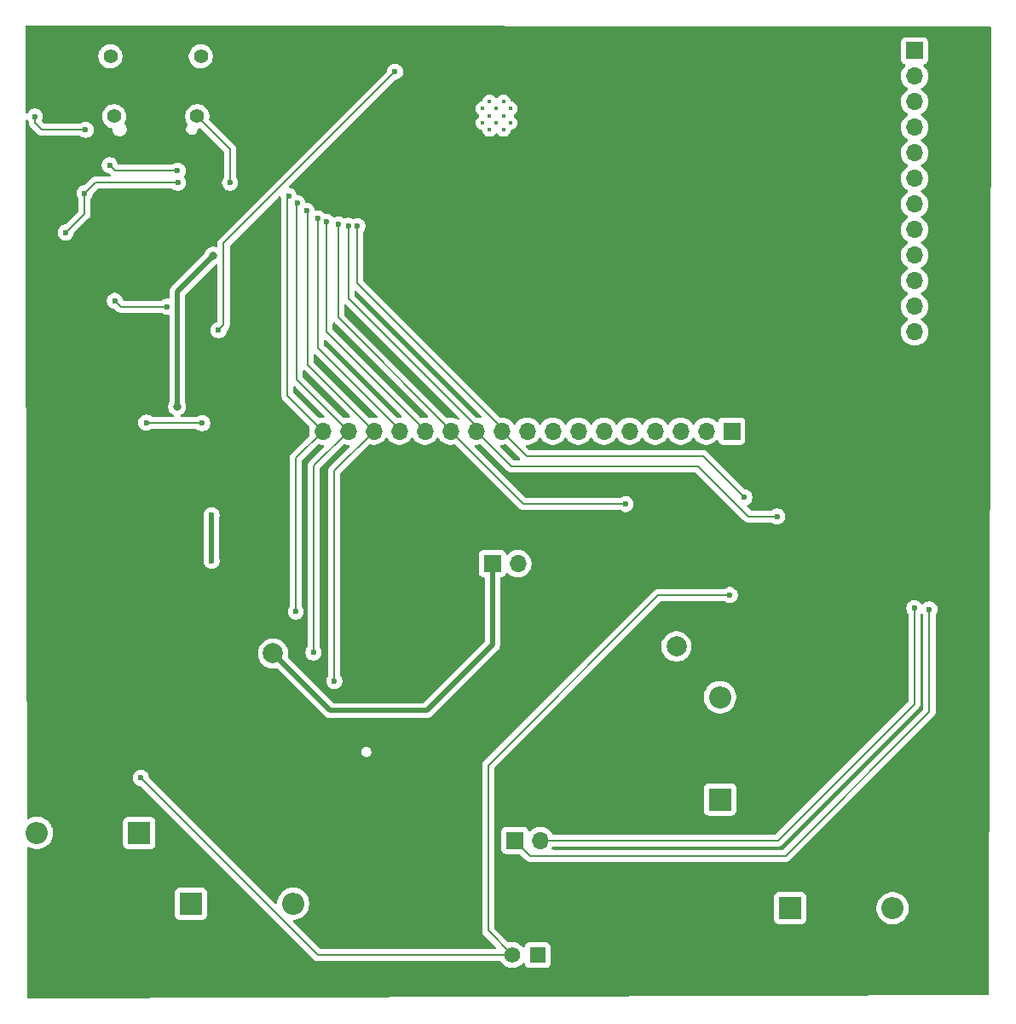
<source format=gbr>
G04 #@! TF.GenerationSoftware,KiCad,Pcbnew,9.0.0*
G04 #@! TF.CreationDate,2025-04-14T13:30:53-05:00*
G04 #@! TF.ProjectId,PlanB,506c616e-422e-46b6-9963-61645f706362,rev?*
G04 #@! TF.SameCoordinates,Original*
G04 #@! TF.FileFunction,Copper,L2,Bot*
G04 #@! TF.FilePolarity,Positive*
%FSLAX46Y46*%
G04 Gerber Fmt 4.6, Leading zero omitted, Abs format (unit mm)*
G04 Created by KiCad (PCBNEW 9.0.0) date 2025-04-14 13:30:53*
%MOMM*%
%LPD*%
G01*
G04 APERTURE LIST*
G04 #@! TA.AperFunction,ComponentPad*
%ADD10R,1.575000X1.575000*%
G04 #@! TD*
G04 #@! TA.AperFunction,ComponentPad*
%ADD11C,1.575000*%
G04 #@! TD*
G04 #@! TA.AperFunction,ComponentPad*
%ADD12R,2.200000X2.200000*%
G04 #@! TD*
G04 #@! TA.AperFunction,ComponentPad*
%ADD13O,2.200000X2.200000*%
G04 #@! TD*
G04 #@! TA.AperFunction,ComponentPad*
%ADD14C,2.000000*%
G04 #@! TD*
G04 #@! TA.AperFunction,ComponentPad*
%ADD15R,1.700000X1.700000*%
G04 #@! TD*
G04 #@! TA.AperFunction,ComponentPad*
%ADD16O,1.700000X1.700000*%
G04 #@! TD*
G04 #@! TA.AperFunction,ComponentPad*
%ADD17C,0.400000*%
G04 #@! TD*
G04 #@! TA.AperFunction,HeatsinkPad*
%ADD18C,1.400000*%
G04 #@! TD*
G04 #@! TA.AperFunction,ViaPad*
%ADD19C,0.600000*%
G04 #@! TD*
G04 #@! TA.AperFunction,ViaPad*
%ADD20C,0.800000*%
G04 #@! TD*
G04 #@! TA.AperFunction,Conductor*
%ADD21C,0.200000*%
G04 #@! TD*
G04 #@! TA.AperFunction,Conductor*
%ADD22C,0.500000*%
G04 #@! TD*
G04 APERTURE END LIST*
D10*
X128298500Y-147616400D03*
D11*
X125798500Y-147616400D03*
D12*
X153390600Y-142951200D03*
D13*
X163550600Y-142951200D03*
D12*
X88716000Y-135473100D03*
D13*
X78556000Y-135473100D03*
D14*
X142087600Y-116967000D03*
D15*
X123799600Y-108737400D03*
D16*
X126339600Y-108737400D03*
D15*
X147574000Y-95580200D03*
D16*
X145034000Y-95580200D03*
X142494000Y-95580200D03*
X139954000Y-95580200D03*
X137414000Y-95580200D03*
X134874000Y-95580200D03*
X132334000Y-95580200D03*
X129794000Y-95580200D03*
X127254000Y-95580200D03*
X124714000Y-95580200D03*
X122174000Y-95580200D03*
X119634000Y-95580200D03*
X117094000Y-95580200D03*
X114554000Y-95580200D03*
X112014000Y-95580200D03*
X109474000Y-95580200D03*
X106934000Y-95580200D03*
D14*
X102006400Y-117664900D03*
D17*
X124203000Y-63559000D03*
X122803000Y-63559000D03*
X125603000Y-63559000D03*
X122803000Y-64959000D03*
X124203000Y-64959000D03*
X125603000Y-64959000D03*
X123503000Y-62859000D03*
X124903000Y-62859000D03*
X123503000Y-64259000D03*
X124903000Y-64259000D03*
X123503000Y-65659000D03*
X124903000Y-65659000D03*
D15*
X126029800Y-136220200D03*
D16*
X128569800Y-136220200D03*
D12*
X146405600Y-132156200D03*
D13*
X146405600Y-121996200D03*
D15*
X165735000Y-57810400D03*
D16*
X165735000Y-60350400D03*
X165735000Y-62890400D03*
X165735000Y-65430400D03*
X165735000Y-67970400D03*
X165735000Y-70510400D03*
X165735000Y-73050400D03*
X165735000Y-75590400D03*
X165735000Y-78130400D03*
X165735000Y-80670400D03*
X165735000Y-83210400D03*
X165735000Y-85750400D03*
D18*
X94837800Y-58374000D03*
X94477800Y-64324000D03*
X86217800Y-64324000D03*
X85857800Y-58374000D03*
D12*
X93853000Y-142506100D03*
D13*
X104013000Y-142506100D03*
D19*
X86283800Y-82651600D03*
X91490800Y-83235800D03*
X96596200Y-85572600D03*
X89408000Y-94742000D03*
X94970600Y-94792800D03*
X114122200Y-59893200D03*
X78359000Y-64338200D03*
X97739200Y-70916800D03*
X147370800Y-111861600D03*
X88874600Y-130022600D03*
X83388200Y-65659000D03*
D20*
X92481400Y-93141800D03*
D19*
X95910400Y-103936800D03*
D20*
X96062800Y-78181200D03*
D19*
X95910400Y-108483400D03*
X83286600Y-71958200D03*
X81407000Y-75869800D03*
X92557600Y-70916800D03*
X92532200Y-69723000D03*
X85775800Y-69164200D03*
X108102400Y-120396000D03*
X105333800Y-73710800D03*
X103555800Y-72212200D03*
X104267000Y-113512600D03*
X110388400Y-75209400D03*
X106019600Y-117576600D03*
X104394000Y-72923400D03*
X107315000Y-74803000D03*
X106476800Y-74472800D03*
X109474000Y-75184000D03*
X108508800Y-75057000D03*
X167208200Y-113284000D03*
X165709600Y-113182400D03*
X152069800Y-104063800D03*
X148818600Y-102158800D03*
X137033000Y-102819200D03*
D21*
X137033000Y-102819200D02*
X126873000Y-102819200D01*
X126873000Y-102819200D02*
X119634000Y-95580200D01*
X152069800Y-104063800D02*
X149225000Y-104063800D01*
X149225000Y-104063800D02*
X144221200Y-99060000D01*
X144221200Y-99060000D02*
X125653800Y-99060000D01*
X125653800Y-99060000D02*
X122174000Y-95580200D01*
X148818600Y-102158800D02*
X144729200Y-98069400D01*
X127203200Y-98069400D02*
X124714000Y-95580200D01*
X144729200Y-98069400D02*
X127203200Y-98069400D01*
X91490800Y-83235800D02*
X86868000Y-83235800D01*
X86868000Y-83235800D02*
X86283800Y-82651600D01*
X89458800Y-94792800D02*
X89408000Y-94742000D01*
X96596200Y-85572600D02*
X97104200Y-85064600D01*
X97104200Y-76911200D02*
X114122200Y-59893200D01*
X97104200Y-85064600D02*
X97104200Y-76911200D01*
X94970600Y-94792800D02*
X89458800Y-94792800D01*
X97739200Y-70916800D02*
X97739200Y-67585400D01*
X147370800Y-111861600D02*
X140284200Y-111861600D01*
X78359000Y-64947800D02*
X79070200Y-65659000D01*
X88874600Y-130022600D02*
X106468400Y-147616400D01*
X123367800Y-145185700D02*
X125798500Y-147616400D01*
X140284200Y-111861600D02*
X123367800Y-128778000D01*
X106468400Y-147616400D02*
X125798500Y-147616400D01*
X79070200Y-65659000D02*
X83388200Y-65659000D01*
X78359000Y-64338200D02*
X78359000Y-64947800D01*
X97739200Y-67585400D02*
X94477800Y-64324000D01*
X123367800Y-128778000D02*
X123367800Y-145185700D01*
D22*
X95910400Y-103936800D02*
X95910400Y-108483400D01*
X123799600Y-116814600D02*
X117271800Y-123342400D01*
X117271800Y-123342400D02*
X107683900Y-123342400D01*
X92481400Y-93141800D02*
X92481400Y-81762600D01*
X92481400Y-81762600D02*
X96062800Y-78181200D01*
X107683900Y-123342400D02*
X102006400Y-117664900D01*
X123799600Y-108737400D02*
X123799600Y-116814600D01*
D21*
X84328000Y-70916800D02*
X83286600Y-71958200D01*
X92557600Y-70916800D02*
X84328000Y-70916800D01*
X83286600Y-73990200D02*
X81407000Y-75869800D01*
X83286600Y-71958200D02*
X83286600Y-73990200D01*
X86334600Y-69723000D02*
X85775800Y-69164200D01*
X92532200Y-69723000D02*
X86334600Y-69723000D01*
X105435400Y-88976200D02*
X105435400Y-73710800D01*
X108102400Y-120396000D02*
X108102400Y-99491800D01*
X112090200Y-95631000D02*
X105435400Y-88976200D01*
X108102400Y-99491800D02*
X112014000Y-95580200D01*
X104267000Y-113512600D02*
X104267000Y-98247200D01*
X104267000Y-98247200D02*
X106934000Y-95580200D01*
X107010200Y-95631000D02*
X103428800Y-92049600D01*
X103428800Y-92049600D02*
X103428800Y-72110600D01*
X110388400Y-80924400D02*
X125095000Y-95631000D01*
X110388400Y-75209400D02*
X110388400Y-80924400D01*
X134874000Y-96164400D02*
X134874000Y-95580200D01*
X106019600Y-117576600D02*
X106019600Y-99034600D01*
X106019600Y-99034600D02*
X109474000Y-95580200D01*
X104343200Y-90424000D02*
X104343200Y-72872600D01*
X109550200Y-95631000D02*
X104343200Y-90424000D01*
X107315000Y-74803000D02*
X107340400Y-74828400D01*
X107340400Y-85750400D02*
X117043200Y-95453200D01*
X107340400Y-74828400D02*
X107340400Y-85750400D01*
X106476800Y-87325200D02*
X114909600Y-95758000D01*
X106476800Y-74472800D02*
X106476800Y-87325200D01*
X109474000Y-82372200D02*
X122250200Y-95148400D01*
X109474000Y-75184000D02*
X109474000Y-82372200D01*
X108458000Y-84277200D02*
X108458000Y-75107800D01*
X119710200Y-95631000D02*
X119710200Y-95529400D01*
X119710200Y-95529400D02*
X108458000Y-84277200D01*
X152933400Y-137744200D02*
X127553800Y-137744200D01*
X127553800Y-137744200D02*
X126029800Y-136220200D01*
X167208200Y-113284000D02*
X167208200Y-123469400D01*
X167208200Y-123469400D02*
X152933400Y-137744200D01*
X128569800Y-136220200D02*
X152171400Y-136220200D01*
X163931600Y-124460000D02*
X165709600Y-122682000D01*
X165709600Y-122682000D02*
X165709600Y-113182400D01*
X152171400Y-136220200D02*
X163931600Y-124460000D01*
G04 #@! TA.AperFunction,NonConductor*
G36*
X173217132Y-55388878D02*
G01*
X173284151Y-55408632D01*
X173329851Y-55461483D01*
X173341004Y-55513156D01*
X173125998Y-151486960D01*
X173106163Y-151553955D01*
X173053257Y-151599591D01*
X173002421Y-151610681D01*
X77740246Y-151935881D01*
X77673140Y-151916426D01*
X77627205Y-151863778D01*
X77615823Y-151812173D01*
X77615349Y-151610261D01*
X77591258Y-141358235D01*
X92252500Y-141358235D01*
X92252500Y-143653970D01*
X92252501Y-143653976D01*
X92258908Y-143713583D01*
X92309202Y-143848428D01*
X92309206Y-143848435D01*
X92395452Y-143963644D01*
X92395455Y-143963647D01*
X92510664Y-144049893D01*
X92510671Y-144049897D01*
X92645517Y-144100191D01*
X92645516Y-144100191D01*
X92652444Y-144100935D01*
X92705127Y-144106600D01*
X95000872Y-144106599D01*
X95060483Y-144100191D01*
X95195331Y-144049896D01*
X95310546Y-143963646D01*
X95396796Y-143848431D01*
X95447091Y-143713583D01*
X95453500Y-143653973D01*
X95453499Y-141358228D01*
X95447091Y-141298617D01*
X95442124Y-141285301D01*
X95396797Y-141163771D01*
X95396793Y-141163764D01*
X95310547Y-141048555D01*
X95310544Y-141048552D01*
X95195335Y-140962306D01*
X95195328Y-140962302D01*
X95060482Y-140912008D01*
X95060483Y-140912008D01*
X95000883Y-140905601D01*
X95000881Y-140905600D01*
X95000873Y-140905600D01*
X95000864Y-140905600D01*
X92705129Y-140905600D01*
X92705123Y-140905601D01*
X92645516Y-140912008D01*
X92510671Y-140962302D01*
X92510664Y-140962306D01*
X92395455Y-141048552D01*
X92395452Y-141048555D01*
X92309206Y-141163764D01*
X92309202Y-141163771D01*
X92258908Y-141298617D01*
X92253309Y-141350700D01*
X92252501Y-141358223D01*
X92252500Y-141358235D01*
X77591258Y-141358235D01*
X77580958Y-136975208D01*
X77600484Y-136908129D01*
X77653181Y-136862250D01*
X77722316Y-136852144D01*
X77761249Y-136864437D01*
X77847000Y-136908129D01*
X77941616Y-136956339D01*
X77941618Y-136956339D01*
X77941621Y-136956341D01*
X78181215Y-137034190D01*
X78430038Y-137073600D01*
X78430039Y-137073600D01*
X78681961Y-137073600D01*
X78681962Y-137073600D01*
X78930785Y-137034190D01*
X79170379Y-136956341D01*
X79394845Y-136841970D01*
X79598656Y-136693893D01*
X79776793Y-136515756D01*
X79924870Y-136311945D01*
X80039241Y-136087479D01*
X80117090Y-135847885D01*
X80156500Y-135599062D01*
X80156500Y-135347138D01*
X80117090Y-135098315D01*
X80039241Y-134858721D01*
X80039239Y-134858718D01*
X80039239Y-134858716D01*
X79997747Y-134777284D01*
X79924870Y-134634255D01*
X79905952Y-134608217D01*
X79776798Y-134430450D01*
X79776794Y-134430445D01*
X79671584Y-134325235D01*
X87115500Y-134325235D01*
X87115500Y-136620970D01*
X87115501Y-136620976D01*
X87121908Y-136680583D01*
X87172202Y-136815428D01*
X87172206Y-136815435D01*
X87258452Y-136930644D01*
X87258455Y-136930647D01*
X87373664Y-137016893D01*
X87373671Y-137016897D01*
X87508517Y-137067191D01*
X87508516Y-137067191D01*
X87515444Y-137067935D01*
X87568127Y-137073600D01*
X89863872Y-137073599D01*
X89923483Y-137067191D01*
X90058331Y-137016896D01*
X90173546Y-136930646D01*
X90259796Y-136815431D01*
X90310091Y-136680583D01*
X90316500Y-136620973D01*
X90316499Y-134325228D01*
X90310091Y-134265617D01*
X90305124Y-134252301D01*
X90259797Y-134130771D01*
X90259793Y-134130764D01*
X90173547Y-134015555D01*
X90173544Y-134015552D01*
X90058335Y-133929306D01*
X90058328Y-133929302D01*
X89923482Y-133879008D01*
X89923483Y-133879008D01*
X89863883Y-133872601D01*
X89863881Y-133872600D01*
X89863873Y-133872600D01*
X89863864Y-133872600D01*
X87568129Y-133872600D01*
X87568123Y-133872601D01*
X87508516Y-133879008D01*
X87373671Y-133929302D01*
X87373664Y-133929306D01*
X87258455Y-134015552D01*
X87258452Y-134015555D01*
X87172206Y-134130764D01*
X87172202Y-134130771D01*
X87121908Y-134265617D01*
X87115501Y-134325216D01*
X87115501Y-134325223D01*
X87115500Y-134325235D01*
X79671584Y-134325235D01*
X79598654Y-134252305D01*
X79598649Y-134252301D01*
X79394848Y-134104232D01*
X79394847Y-134104231D01*
X79394845Y-134104230D01*
X79324747Y-134068513D01*
X79170383Y-133989860D01*
X78930785Y-133912010D01*
X78681962Y-133872600D01*
X78430038Y-133872600D01*
X78305626Y-133892305D01*
X78181214Y-133912010D01*
X77941616Y-133989860D01*
X77754203Y-134085353D01*
X77685534Y-134098249D01*
X77620793Y-134071973D01*
X77580536Y-134014866D01*
X77573908Y-133975163D01*
X77564435Y-129943753D01*
X88074100Y-129943753D01*
X88074100Y-130101446D01*
X88104861Y-130256089D01*
X88104864Y-130256101D01*
X88165202Y-130401772D01*
X88165209Y-130401785D01*
X88252810Y-130532888D01*
X88252813Y-130532892D01*
X88364307Y-130644386D01*
X88364311Y-130644389D01*
X88495414Y-130731990D01*
X88495427Y-130731997D01*
X88641098Y-130792335D01*
X88641103Y-130792337D01*
X88705747Y-130805195D01*
X88796449Y-130823238D01*
X88858360Y-130855623D01*
X88859938Y-130857173D01*
X106099684Y-148096920D01*
X106099686Y-148096921D01*
X106099690Y-148096924D01*
X106236609Y-148175973D01*
X106236616Y-148175977D01*
X106389343Y-148216901D01*
X106389345Y-148216901D01*
X106555054Y-148216901D01*
X106555070Y-148216900D01*
X124582926Y-148216900D01*
X124649965Y-148236585D01*
X124693411Y-148284606D01*
X124696903Y-148291460D01*
X124816062Y-148455469D01*
X124816066Y-148455474D01*
X124959425Y-148598833D01*
X124959430Y-148598837D01*
X125102486Y-148702772D01*
X125123441Y-148717997D01*
X125208711Y-148761444D01*
X125304079Y-148810037D01*
X125304082Y-148810038D01*
X125400486Y-148841361D01*
X125496893Y-148872685D01*
X125697132Y-148904400D01*
X125697133Y-148904400D01*
X125899867Y-148904400D01*
X125899868Y-148904400D01*
X126100107Y-148872685D01*
X126292920Y-148810037D01*
X126473559Y-148717997D01*
X126637576Y-148598832D01*
X126780932Y-148455476D01*
X126792054Y-148440167D01*
X126847379Y-148397502D01*
X126916992Y-148391520D01*
X126978789Y-148424123D01*
X127013149Y-148484960D01*
X127015662Y-148499794D01*
X127016907Y-148511380D01*
X127067202Y-148646228D01*
X127067206Y-148646235D01*
X127153452Y-148761444D01*
X127153455Y-148761447D01*
X127268664Y-148847693D01*
X127268671Y-148847697D01*
X127403517Y-148897991D01*
X127403516Y-148897991D01*
X127410444Y-148898735D01*
X127463127Y-148904400D01*
X129133872Y-148904399D01*
X129193483Y-148897991D01*
X129328331Y-148847696D01*
X129443546Y-148761446D01*
X129529796Y-148646231D01*
X129580091Y-148511383D01*
X129586500Y-148451773D01*
X129586499Y-146781028D01*
X129580091Y-146721417D01*
X129547472Y-146633962D01*
X129529797Y-146586571D01*
X129529793Y-146586564D01*
X129443547Y-146471355D01*
X129443544Y-146471352D01*
X129328335Y-146385106D01*
X129328328Y-146385102D01*
X129193482Y-146334808D01*
X129193483Y-146334808D01*
X129133883Y-146328401D01*
X129133881Y-146328400D01*
X129133873Y-146328400D01*
X129133864Y-146328400D01*
X127463129Y-146328400D01*
X127463123Y-146328401D01*
X127403516Y-146334808D01*
X127268671Y-146385102D01*
X127268664Y-146385106D01*
X127153455Y-146471352D01*
X127153452Y-146471355D01*
X127067206Y-146586564D01*
X127067202Y-146586571D01*
X127016908Y-146721416D01*
X127015663Y-146733004D01*
X126988925Y-146797555D01*
X126931532Y-146837403D01*
X126861707Y-146839896D01*
X126801618Y-146804243D01*
X126792057Y-146792634D01*
X126780939Y-146777332D01*
X126780933Y-146777325D01*
X126637574Y-146633966D01*
X126637569Y-146633962D01*
X126473562Y-146514805D01*
X126473561Y-146514804D01*
X126473559Y-146514803D01*
X126415686Y-146485315D01*
X126292920Y-146422762D01*
X126292917Y-146422761D01*
X126100108Y-146360115D01*
X125999987Y-146344257D01*
X125899868Y-146328400D01*
X125697132Y-146328400D01*
X125672875Y-146332242D01*
X125496889Y-146360115D01*
X125489575Y-146362492D01*
X125419734Y-146364487D01*
X125363577Y-146332242D01*
X124004619Y-144973284D01*
X123971134Y-144911961D01*
X123968300Y-144885603D01*
X123968300Y-141803335D01*
X151790100Y-141803335D01*
X151790100Y-144099070D01*
X151790101Y-144099076D01*
X151796508Y-144158683D01*
X151846802Y-144293528D01*
X151846806Y-144293535D01*
X151933052Y-144408744D01*
X151933055Y-144408747D01*
X152048264Y-144494993D01*
X152048271Y-144494997D01*
X152183117Y-144545291D01*
X152183116Y-144545291D01*
X152190044Y-144546035D01*
X152242727Y-144551700D01*
X154538472Y-144551699D01*
X154598083Y-144545291D01*
X154732931Y-144494996D01*
X154848146Y-144408746D01*
X154934396Y-144293531D01*
X154984691Y-144158683D01*
X154991100Y-144099073D01*
X154991099Y-142825238D01*
X161950100Y-142825238D01*
X161950100Y-143077162D01*
X161989510Y-143325985D01*
X162067360Y-143565583D01*
X162112399Y-143653976D01*
X162149552Y-143726893D01*
X162181732Y-143790048D01*
X162329801Y-143993849D01*
X162329805Y-143993854D01*
X162507945Y-144171994D01*
X162507950Y-144171998D01*
X162675223Y-144293528D01*
X162711755Y-144320070D01*
X162854784Y-144392947D01*
X162936216Y-144434439D01*
X162936218Y-144434439D01*
X162936221Y-144434441D01*
X163175815Y-144512290D01*
X163424638Y-144551700D01*
X163424639Y-144551700D01*
X163676561Y-144551700D01*
X163676562Y-144551700D01*
X163925385Y-144512290D01*
X164164979Y-144434441D01*
X164389445Y-144320070D01*
X164593256Y-144171993D01*
X164771393Y-143993856D01*
X164919470Y-143790045D01*
X165033841Y-143565579D01*
X165111690Y-143325985D01*
X165151100Y-143077162D01*
X165151100Y-142825238D01*
X165111690Y-142576415D01*
X165033841Y-142336821D01*
X165033839Y-142336818D01*
X165033839Y-142336816D01*
X164992347Y-142255384D01*
X164919470Y-142112355D01*
X164900552Y-142086317D01*
X164771398Y-141908550D01*
X164771394Y-141908545D01*
X164593254Y-141730405D01*
X164593249Y-141730401D01*
X164389448Y-141582332D01*
X164389447Y-141582331D01*
X164389445Y-141582330D01*
X164319347Y-141546613D01*
X164164983Y-141467960D01*
X163925385Y-141390110D01*
X163676562Y-141350700D01*
X163424638Y-141350700D01*
X163300226Y-141370405D01*
X163175814Y-141390110D01*
X162936216Y-141467960D01*
X162711751Y-141582332D01*
X162507950Y-141730401D01*
X162507945Y-141730405D01*
X162329805Y-141908545D01*
X162329801Y-141908550D01*
X162181732Y-142112351D01*
X162067360Y-142336816D01*
X161989510Y-142576414D01*
X161989510Y-142576415D01*
X161950100Y-142825238D01*
X154991099Y-142825238D01*
X154991099Y-141803328D01*
X154984691Y-141743717D01*
X154979724Y-141730401D01*
X154934397Y-141608871D01*
X154934393Y-141608864D01*
X154848147Y-141493655D01*
X154848144Y-141493652D01*
X154732935Y-141407406D01*
X154732928Y-141407402D01*
X154598082Y-141357108D01*
X154598083Y-141357108D01*
X154538483Y-141350701D01*
X154538481Y-141350700D01*
X154538473Y-141350700D01*
X154538464Y-141350700D01*
X152242729Y-141350700D01*
X152242723Y-141350701D01*
X152183116Y-141357108D01*
X152048271Y-141407402D01*
X152048264Y-141407406D01*
X151933055Y-141493652D01*
X151933052Y-141493655D01*
X151846806Y-141608864D01*
X151846802Y-141608871D01*
X151796508Y-141743717D01*
X151790101Y-141803316D01*
X151790101Y-141803323D01*
X151790100Y-141803335D01*
X123968300Y-141803335D01*
X123968300Y-135322335D01*
X124679300Y-135322335D01*
X124679300Y-137118070D01*
X124679301Y-137118076D01*
X124685708Y-137177683D01*
X124736002Y-137312528D01*
X124736006Y-137312535D01*
X124822252Y-137427744D01*
X124822255Y-137427747D01*
X124937464Y-137513993D01*
X124937471Y-137513997D01*
X125072317Y-137564291D01*
X125072316Y-137564291D01*
X125079244Y-137565035D01*
X125131927Y-137570700D01*
X126479702Y-137570699D01*
X126546741Y-137590384D01*
X126567383Y-137607018D01*
X127068939Y-138108574D01*
X127068949Y-138108585D01*
X127073279Y-138112915D01*
X127073280Y-138112916D01*
X127185084Y-138224720D01*
X127185086Y-138224721D01*
X127185090Y-138224724D01*
X127322009Y-138303773D01*
X127322016Y-138303777D01*
X127433819Y-138333734D01*
X127474742Y-138344700D01*
X127474743Y-138344700D01*
X152846731Y-138344700D01*
X152846747Y-138344701D01*
X152854343Y-138344701D01*
X153012454Y-138344701D01*
X153012457Y-138344701D01*
X153165185Y-138303777D01*
X153215304Y-138274839D01*
X153302116Y-138224720D01*
X153413920Y-138112916D01*
X153413920Y-138112914D01*
X153424128Y-138102707D01*
X153424129Y-138102704D01*
X167688720Y-123838116D01*
X167767777Y-123701184D01*
X167808701Y-123548457D01*
X167808701Y-123390342D01*
X167808701Y-123382747D01*
X167808700Y-123382729D01*
X167808700Y-113863765D01*
X167828385Y-113796726D01*
X167829598Y-113794874D01*
X167917590Y-113663185D01*
X167917590Y-113663184D01*
X167917594Y-113663179D01*
X167977937Y-113517497D01*
X168008700Y-113362842D01*
X168008700Y-113205158D01*
X168008700Y-113205155D01*
X168008699Y-113205153D01*
X167994432Y-113133427D01*
X167977937Y-113050503D01*
X167977935Y-113050498D01*
X167917597Y-112904827D01*
X167917590Y-112904814D01*
X167829989Y-112773711D01*
X167829986Y-112773707D01*
X167718492Y-112662213D01*
X167718488Y-112662210D01*
X167587385Y-112574609D01*
X167587372Y-112574602D01*
X167441701Y-112514264D01*
X167441689Y-112514261D01*
X167287045Y-112483500D01*
X167287042Y-112483500D01*
X167129358Y-112483500D01*
X167129355Y-112483500D01*
X166974710Y-112514261D01*
X166974698Y-112514264D01*
X166829027Y-112574602D01*
X166829014Y-112574609D01*
X166697911Y-112662210D01*
X166697907Y-112662213D01*
X166582103Y-112778018D01*
X166580363Y-112776278D01*
X166531512Y-112809513D01*
X166461667Y-112811343D01*
X166401919Y-112775122D01*
X166390371Y-112760383D01*
X166331389Y-112672111D01*
X166331386Y-112672107D01*
X166219892Y-112560613D01*
X166219888Y-112560610D01*
X166088785Y-112473009D01*
X166088772Y-112473002D01*
X165943101Y-112412664D01*
X165943089Y-112412661D01*
X165788445Y-112381900D01*
X165788442Y-112381900D01*
X165630758Y-112381900D01*
X165630755Y-112381900D01*
X165476110Y-112412661D01*
X165476098Y-112412664D01*
X165330427Y-112473002D01*
X165330414Y-112473009D01*
X165199311Y-112560610D01*
X165199307Y-112560613D01*
X165087813Y-112672107D01*
X165087810Y-112672111D01*
X165000209Y-112803214D01*
X165000202Y-112803227D01*
X164939864Y-112948898D01*
X164939861Y-112948910D01*
X164909100Y-113103553D01*
X164909100Y-113261246D01*
X164939861Y-113415889D01*
X164939864Y-113415901D01*
X165000202Y-113561572D01*
X165000209Y-113561585D01*
X165088202Y-113693274D01*
X165109080Y-113759951D01*
X165109100Y-113762165D01*
X165109100Y-122381902D01*
X165089415Y-122448941D01*
X165072781Y-122469583D01*
X163562884Y-123979481D01*
X151958984Y-135583381D01*
X151897661Y-135616866D01*
X151871303Y-135619700D01*
X129855519Y-135619700D01*
X129788480Y-135600015D01*
X129745035Y-135551995D01*
X129724852Y-135512385D01*
X129724851Y-135512384D01*
X129599909Y-135340413D01*
X129449586Y-135190090D01*
X129277620Y-135065151D01*
X129088214Y-134968644D01*
X129088213Y-134968643D01*
X129088212Y-134968643D01*
X128886043Y-134902954D01*
X128886041Y-134902953D01*
X128886040Y-134902953D01*
X128724757Y-134877408D01*
X128676087Y-134869700D01*
X128463513Y-134869700D01*
X128414842Y-134877408D01*
X128253560Y-134902953D01*
X128051385Y-134968644D01*
X127861979Y-135065151D01*
X127690015Y-135190089D01*
X127576473Y-135303631D01*
X127515150Y-135337115D01*
X127445458Y-135332131D01*
X127389525Y-135290259D01*
X127372610Y-135259282D01*
X127323597Y-135127871D01*
X127323593Y-135127864D01*
X127237347Y-135012655D01*
X127237344Y-135012652D01*
X127122135Y-134926406D01*
X127122128Y-134926402D01*
X126987282Y-134876108D01*
X126987283Y-134876108D01*
X126927683Y-134869701D01*
X126927681Y-134869700D01*
X126927673Y-134869700D01*
X126927664Y-134869700D01*
X125131929Y-134869700D01*
X125131923Y-134869701D01*
X125072316Y-134876108D01*
X124937471Y-134926402D01*
X124937464Y-134926406D01*
X124822255Y-135012652D01*
X124822252Y-135012655D01*
X124736006Y-135127864D01*
X124736002Y-135127871D01*
X124685708Y-135262717D01*
X124679301Y-135322316D01*
X124679300Y-135322335D01*
X123968300Y-135322335D01*
X123968300Y-131008335D01*
X144805100Y-131008335D01*
X144805100Y-133304070D01*
X144805101Y-133304076D01*
X144811508Y-133363683D01*
X144861802Y-133498528D01*
X144861806Y-133498535D01*
X144948052Y-133613744D01*
X144948055Y-133613747D01*
X145063264Y-133699993D01*
X145063271Y-133699997D01*
X145198117Y-133750291D01*
X145198116Y-133750291D01*
X145205044Y-133751035D01*
X145257727Y-133756700D01*
X147553472Y-133756699D01*
X147613083Y-133750291D01*
X147747931Y-133699996D01*
X147863146Y-133613746D01*
X147949396Y-133498531D01*
X147999691Y-133363683D01*
X148006100Y-133304073D01*
X148006099Y-131008328D01*
X147999691Y-130948717D01*
X147964969Y-130855623D01*
X147949397Y-130813871D01*
X147949393Y-130813864D01*
X147863147Y-130698655D01*
X147863144Y-130698652D01*
X147747935Y-130612406D01*
X147747928Y-130612402D01*
X147613082Y-130562108D01*
X147613083Y-130562108D01*
X147553483Y-130555701D01*
X147553481Y-130555700D01*
X147553473Y-130555700D01*
X147553464Y-130555700D01*
X145257729Y-130555700D01*
X145257723Y-130555701D01*
X145198116Y-130562108D01*
X145063271Y-130612402D01*
X145063264Y-130612406D01*
X144948055Y-130698652D01*
X144948052Y-130698655D01*
X144861806Y-130813864D01*
X144861802Y-130813871D01*
X144811508Y-130948717D01*
X144805101Y-131008316D01*
X144805101Y-131008323D01*
X144805100Y-131008335D01*
X123968300Y-131008335D01*
X123968300Y-129078097D01*
X123987985Y-129011058D01*
X124004619Y-128990416D01*
X131124797Y-121870238D01*
X144805100Y-121870238D01*
X144805100Y-122122161D01*
X144844510Y-122370985D01*
X144922360Y-122610583D01*
X145036732Y-122835048D01*
X145184801Y-123038849D01*
X145184805Y-123038854D01*
X145362945Y-123216994D01*
X145362950Y-123216998D01*
X145540717Y-123346152D01*
X145566755Y-123365070D01*
X145709784Y-123437947D01*
X145791216Y-123479439D01*
X145791218Y-123479439D01*
X145791221Y-123479441D01*
X146030815Y-123557290D01*
X146279638Y-123596700D01*
X146279639Y-123596700D01*
X146531561Y-123596700D01*
X146531562Y-123596700D01*
X146780385Y-123557290D01*
X147019979Y-123479441D01*
X147244445Y-123365070D01*
X147448256Y-123216993D01*
X147626393Y-123038856D01*
X147774470Y-122835045D01*
X147888841Y-122610579D01*
X147966690Y-122370985D01*
X148006100Y-122122162D01*
X148006100Y-121870238D01*
X147966690Y-121621415D01*
X147888841Y-121381821D01*
X147888839Y-121381818D01*
X147888839Y-121381816D01*
X147794415Y-121196500D01*
X147774470Y-121157355D01*
X147673070Y-121017789D01*
X147626398Y-120953550D01*
X147626394Y-120953545D01*
X147448254Y-120775405D01*
X147448249Y-120775401D01*
X147244448Y-120627332D01*
X147244447Y-120627331D01*
X147244445Y-120627330D01*
X147174347Y-120591613D01*
X147019983Y-120512960D01*
X146780385Y-120435110D01*
X146531562Y-120395700D01*
X146279638Y-120395700D01*
X146155226Y-120415405D01*
X146030814Y-120435110D01*
X145791216Y-120512960D01*
X145566751Y-120627332D01*
X145362950Y-120775401D01*
X145362945Y-120775405D01*
X145184805Y-120953545D01*
X145184801Y-120953550D01*
X145036732Y-121157351D01*
X144922360Y-121381816D01*
X144844510Y-121621414D01*
X144805100Y-121870238D01*
X131124797Y-121870238D01*
X136146133Y-116848902D01*
X140587100Y-116848902D01*
X140587100Y-117085097D01*
X140624046Y-117318368D01*
X140697033Y-117542996D01*
X140754328Y-117655442D01*
X140804257Y-117753433D01*
X140943083Y-117944510D01*
X141110090Y-118111517D01*
X141301167Y-118250343D01*
X141371128Y-118285990D01*
X141511603Y-118357566D01*
X141511605Y-118357566D01*
X141511608Y-118357568D01*
X141632012Y-118396689D01*
X141736231Y-118430553D01*
X141969503Y-118467500D01*
X141969508Y-118467500D01*
X142205697Y-118467500D01*
X142438968Y-118430553D01*
X142663592Y-118357568D01*
X142874033Y-118250343D01*
X143065110Y-118111517D01*
X143232117Y-117944510D01*
X143370943Y-117753433D01*
X143478168Y-117542992D01*
X143551153Y-117318368D01*
X143555168Y-117293016D01*
X143588100Y-117085097D01*
X143588100Y-116848902D01*
X143551153Y-116615631D01*
X143478166Y-116391003D01*
X143370942Y-116180566D01*
X143359197Y-116164400D01*
X143232117Y-115989490D01*
X143065110Y-115822483D01*
X142874033Y-115683657D01*
X142663596Y-115576433D01*
X142438968Y-115503446D01*
X142205697Y-115466500D01*
X142205692Y-115466500D01*
X141969508Y-115466500D01*
X141969503Y-115466500D01*
X141736231Y-115503446D01*
X141511603Y-115576433D01*
X141301166Y-115683657D01*
X141192150Y-115762862D01*
X141110090Y-115822483D01*
X141110088Y-115822485D01*
X141110087Y-115822485D01*
X140943085Y-115989487D01*
X140943085Y-115989488D01*
X140943083Y-115989490D01*
X140883462Y-116071550D01*
X140804257Y-116180566D01*
X140697033Y-116391003D01*
X140624046Y-116615631D01*
X140587100Y-116848902D01*
X136146133Y-116848902D01*
X140496616Y-112498419D01*
X140557939Y-112464934D01*
X140584297Y-112462100D01*
X146791034Y-112462100D01*
X146858073Y-112481785D01*
X146859925Y-112482998D01*
X146991614Y-112570990D01*
X146991627Y-112570997D01*
X147137298Y-112631335D01*
X147137303Y-112631337D01*
X147291953Y-112662099D01*
X147291956Y-112662100D01*
X147291958Y-112662100D01*
X147449644Y-112662100D01*
X147449645Y-112662099D01*
X147604297Y-112631337D01*
X147741259Y-112574606D01*
X147749972Y-112570997D01*
X147749972Y-112570996D01*
X147749979Y-112570994D01*
X147881089Y-112483389D01*
X147992589Y-112371889D01*
X148080194Y-112240779D01*
X148140537Y-112095097D01*
X148171300Y-111940442D01*
X148171300Y-111782758D01*
X148171300Y-111782755D01*
X148171299Y-111782753D01*
X148140538Y-111628110D01*
X148140537Y-111628103D01*
X148084528Y-111492884D01*
X148080197Y-111482427D01*
X148080190Y-111482414D01*
X147992589Y-111351311D01*
X147992586Y-111351307D01*
X147881092Y-111239813D01*
X147881088Y-111239810D01*
X147749985Y-111152209D01*
X147749972Y-111152202D01*
X147604301Y-111091864D01*
X147604289Y-111091861D01*
X147449645Y-111061100D01*
X147449642Y-111061100D01*
X147291958Y-111061100D01*
X147291955Y-111061100D01*
X147137310Y-111091861D01*
X147137298Y-111091864D01*
X146991627Y-111152202D01*
X146991614Y-111152209D01*
X146859925Y-111240202D01*
X146793247Y-111261080D01*
X146791034Y-111261100D01*
X140363257Y-111261100D01*
X140205142Y-111261100D01*
X140052415Y-111302023D01*
X140052414Y-111302023D01*
X140052412Y-111302024D01*
X140052409Y-111302025D01*
X140002296Y-111330959D01*
X140002295Y-111330960D01*
X139967053Y-111351307D01*
X139915485Y-111381079D01*
X139915482Y-111381081D01*
X122887281Y-128409282D01*
X122887279Y-128409285D01*
X122837161Y-128496094D01*
X122837159Y-128496096D01*
X122808225Y-128546209D01*
X122808224Y-128546210D01*
X122808223Y-128546215D01*
X122767299Y-128698943D01*
X122767299Y-128698945D01*
X122767299Y-128867046D01*
X122767300Y-128867059D01*
X122767300Y-145099030D01*
X122767299Y-145099048D01*
X122767299Y-145264754D01*
X122767298Y-145264754D01*
X122808223Y-145417485D01*
X122837158Y-145467600D01*
X122837159Y-145467604D01*
X122837160Y-145467604D01*
X122887279Y-145554414D01*
X122887281Y-145554417D01*
X123006149Y-145673285D01*
X123006155Y-145673290D01*
X124137084Y-146804219D01*
X124170569Y-146865542D01*
X124165585Y-146935234D01*
X124123713Y-146991167D01*
X124058249Y-147015584D01*
X124049403Y-147015900D01*
X106768498Y-147015900D01*
X106701459Y-146996215D01*
X106680817Y-146979581D01*
X104019517Y-144318281D01*
X103986032Y-144256958D01*
X103991016Y-144187266D01*
X104032888Y-144131333D01*
X104098352Y-144106916D01*
X104107198Y-144106600D01*
X104138961Y-144106600D01*
X104138962Y-144106600D01*
X104387785Y-144067190D01*
X104627379Y-143989341D01*
X104851845Y-143874970D01*
X105055656Y-143726893D01*
X105233793Y-143548756D01*
X105381870Y-143344945D01*
X105496241Y-143120479D01*
X105574090Y-142880885D01*
X105613500Y-142632062D01*
X105613500Y-142380138D01*
X105574090Y-142131315D01*
X105496241Y-141891721D01*
X105496239Y-141891718D01*
X105496239Y-141891716D01*
X105420829Y-141743717D01*
X105381870Y-141667255D01*
X105255742Y-141493654D01*
X105233798Y-141463450D01*
X105233794Y-141463445D01*
X105055654Y-141285305D01*
X105055649Y-141285301D01*
X104851848Y-141137232D01*
X104851847Y-141137231D01*
X104851845Y-141137230D01*
X104781747Y-141101513D01*
X104627383Y-141022860D01*
X104387785Y-140945010D01*
X104138962Y-140905600D01*
X103887038Y-140905600D01*
X103762626Y-140925305D01*
X103638214Y-140945010D01*
X103398616Y-141022860D01*
X103174151Y-141137232D01*
X102970350Y-141285301D01*
X102970345Y-141285305D01*
X102792205Y-141463445D01*
X102792201Y-141463450D01*
X102644132Y-141667251D01*
X102529760Y-141891716D01*
X102451910Y-142131314D01*
X102412500Y-142380138D01*
X102412500Y-142411902D01*
X102392815Y-142478941D01*
X102340011Y-142524696D01*
X102270853Y-142534640D01*
X102207297Y-142505615D01*
X102200819Y-142499583D01*
X89709173Y-130007937D01*
X89675688Y-129946614D01*
X89675237Y-129944447D01*
X89644338Y-129789110D01*
X89644337Y-129789103D01*
X89644335Y-129789098D01*
X89583997Y-129643427D01*
X89583990Y-129643414D01*
X89496389Y-129512311D01*
X89496386Y-129512307D01*
X89384892Y-129400813D01*
X89384888Y-129400810D01*
X89253785Y-129313209D01*
X89253772Y-129313202D01*
X89108101Y-129252864D01*
X89108089Y-129252861D01*
X88953445Y-129222100D01*
X88953442Y-129222100D01*
X88795758Y-129222100D01*
X88795755Y-129222100D01*
X88641110Y-129252861D01*
X88641098Y-129252864D01*
X88495427Y-129313202D01*
X88495414Y-129313209D01*
X88364311Y-129400810D01*
X88364307Y-129400813D01*
X88252813Y-129512307D01*
X88252810Y-129512311D01*
X88165209Y-129643414D01*
X88165202Y-129643427D01*
X88104864Y-129789098D01*
X88104861Y-129789110D01*
X88074100Y-129943753D01*
X77564435Y-129943753D01*
X77558377Y-127365908D01*
X110776900Y-127365908D01*
X110776900Y-127497691D01*
X110811008Y-127624987D01*
X110843954Y-127682050D01*
X110876900Y-127739114D01*
X110970086Y-127832300D01*
X111084214Y-127898192D01*
X111211508Y-127932300D01*
X111211510Y-127932300D01*
X111343290Y-127932300D01*
X111343292Y-127932300D01*
X111470586Y-127898192D01*
X111584714Y-127832300D01*
X111677900Y-127739114D01*
X111743792Y-127624986D01*
X111777900Y-127497692D01*
X111777900Y-127365908D01*
X111743792Y-127238614D01*
X111677900Y-127124486D01*
X111584714Y-127031300D01*
X111527650Y-126998354D01*
X111470587Y-126965408D01*
X111406939Y-126948354D01*
X111343292Y-126931300D01*
X111211508Y-126931300D01*
X111084212Y-126965408D01*
X110970086Y-127031300D01*
X110970083Y-127031302D01*
X110876902Y-127124483D01*
X110876900Y-127124486D01*
X110811008Y-127238612D01*
X110776900Y-127365908D01*
X77558377Y-127365908D01*
X77535304Y-117546802D01*
X100505900Y-117546802D01*
X100505900Y-117782997D01*
X100542846Y-118016268D01*
X100615833Y-118240896D01*
X100669559Y-118346338D01*
X100723057Y-118451333D01*
X100861883Y-118642410D01*
X101028890Y-118809417D01*
X101219967Y-118948243D01*
X101319391Y-118998902D01*
X101430403Y-119055466D01*
X101430405Y-119055466D01*
X101430408Y-119055468D01*
X101550812Y-119094589D01*
X101655031Y-119128453D01*
X101888303Y-119165400D01*
X101888308Y-119165400D01*
X102124496Y-119165400D01*
X102219992Y-119150274D01*
X102339234Y-119131388D01*
X102408526Y-119140342D01*
X102446312Y-119166180D01*
X107100949Y-123820816D01*
X107205484Y-123925351D01*
X107205487Y-123925353D01*
X107205488Y-123925354D01*
X107328403Y-124007483D01*
X107328406Y-124007485D01*
X107363827Y-124022156D01*
X107380294Y-124028977D01*
X107464988Y-124064059D01*
X107581141Y-124087163D01*
X107605573Y-124092022D01*
X107609981Y-124092900D01*
X107609982Y-124092900D01*
X117345720Y-124092900D01*
X117443262Y-124073496D01*
X117490713Y-124064058D01*
X117627295Y-124007484D01*
X117676529Y-123974586D01*
X117750216Y-123925352D01*
X124382551Y-117293016D01*
X124464684Y-117170095D01*
X124521258Y-117033513D01*
X124550100Y-116888518D01*
X124550100Y-116740683D01*
X124550100Y-110211899D01*
X124569785Y-110144860D01*
X124622589Y-110099105D01*
X124674100Y-110087899D01*
X124697471Y-110087899D01*
X124697472Y-110087899D01*
X124757083Y-110081491D01*
X124891931Y-110031196D01*
X125007146Y-109944946D01*
X125093396Y-109829731D01*
X125142410Y-109698316D01*
X125184281Y-109642384D01*
X125249745Y-109617966D01*
X125318018Y-109632817D01*
X125346273Y-109653969D01*
X125459813Y-109767509D01*
X125631779Y-109892448D01*
X125631781Y-109892449D01*
X125631784Y-109892451D01*
X125821188Y-109988957D01*
X126023357Y-110054646D01*
X126233313Y-110087900D01*
X126233314Y-110087900D01*
X126445886Y-110087900D01*
X126445887Y-110087900D01*
X126655843Y-110054646D01*
X126858012Y-109988957D01*
X127047416Y-109892451D01*
X127133738Y-109829735D01*
X127219386Y-109767509D01*
X127219388Y-109767506D01*
X127219392Y-109767504D01*
X127369704Y-109617192D01*
X127369706Y-109617188D01*
X127369709Y-109617186D01*
X127494648Y-109445220D01*
X127494647Y-109445220D01*
X127494651Y-109445216D01*
X127591157Y-109255812D01*
X127656846Y-109053643D01*
X127690100Y-108843687D01*
X127690100Y-108631113D01*
X127656846Y-108421157D01*
X127591157Y-108218988D01*
X127494651Y-108029584D01*
X127494649Y-108029581D01*
X127494648Y-108029579D01*
X127369709Y-107857613D01*
X127219386Y-107707290D01*
X127047420Y-107582351D01*
X126858014Y-107485844D01*
X126858013Y-107485843D01*
X126858012Y-107485843D01*
X126655843Y-107420154D01*
X126655841Y-107420153D01*
X126655840Y-107420153D01*
X126494557Y-107394608D01*
X126445887Y-107386900D01*
X126233313Y-107386900D01*
X126184642Y-107394608D01*
X126023360Y-107420153D01*
X125821185Y-107485844D01*
X125631779Y-107582351D01*
X125459815Y-107707289D01*
X125346273Y-107820831D01*
X125284950Y-107854315D01*
X125215258Y-107849331D01*
X125159325Y-107807459D01*
X125142410Y-107776482D01*
X125093397Y-107645071D01*
X125093393Y-107645064D01*
X125007147Y-107529855D01*
X125007144Y-107529852D01*
X124891935Y-107443606D01*
X124891928Y-107443602D01*
X124757082Y-107393308D01*
X124757083Y-107393308D01*
X124697483Y-107386901D01*
X124697481Y-107386900D01*
X124697473Y-107386900D01*
X124697464Y-107386900D01*
X122901729Y-107386900D01*
X122901723Y-107386901D01*
X122842116Y-107393308D01*
X122707271Y-107443602D01*
X122707264Y-107443606D01*
X122592055Y-107529852D01*
X122592052Y-107529855D01*
X122505806Y-107645064D01*
X122505802Y-107645071D01*
X122455508Y-107779917D01*
X122449101Y-107839516D01*
X122449100Y-107839535D01*
X122449100Y-109635270D01*
X122449101Y-109635276D01*
X122455508Y-109694883D01*
X122505802Y-109829728D01*
X122505806Y-109829735D01*
X122592052Y-109944944D01*
X122592055Y-109944947D01*
X122707264Y-110031193D01*
X122707271Y-110031197D01*
X122752218Y-110047961D01*
X122842117Y-110081491D01*
X122901727Y-110087900D01*
X122925097Y-110087899D01*
X122992136Y-110107581D01*
X123037892Y-110160383D01*
X123049100Y-110211899D01*
X123049100Y-116452370D01*
X123029415Y-116519409D01*
X123012781Y-116540051D01*
X116997251Y-122555581D01*
X116935928Y-122589066D01*
X116909570Y-122591900D01*
X108046129Y-122591900D01*
X107979090Y-122572215D01*
X107958448Y-122555581D01*
X103507680Y-118104812D01*
X103474195Y-118043489D01*
X103472888Y-117997736D01*
X103491774Y-117878492D01*
X103506900Y-117782996D01*
X103506900Y-117546802D01*
X103469953Y-117313531D01*
X103396966Y-117088903D01*
X103289742Y-116878466D01*
X103268267Y-116848908D01*
X103150917Y-116687390D01*
X102983910Y-116520383D01*
X102792833Y-116381557D01*
X102582396Y-116274333D01*
X102357768Y-116201346D01*
X102124497Y-116164400D01*
X102124492Y-116164400D01*
X101888308Y-116164400D01*
X101888303Y-116164400D01*
X101655031Y-116201346D01*
X101430403Y-116274333D01*
X101219966Y-116381557D01*
X101110950Y-116460762D01*
X101028890Y-116520383D01*
X101028888Y-116520385D01*
X101028887Y-116520385D01*
X100861885Y-116687387D01*
X100861885Y-116687388D01*
X100861883Y-116687390D01*
X100823163Y-116740683D01*
X100723057Y-116878466D01*
X100615833Y-117088903D01*
X100542846Y-117313531D01*
X100505900Y-117546802D01*
X77535304Y-117546802D01*
X77503137Y-103857953D01*
X95109900Y-103857953D01*
X95109900Y-104015646D01*
X95140661Y-104170289D01*
X95140663Y-104170297D01*
X95150461Y-104193951D01*
X95159900Y-104241404D01*
X95159900Y-108178796D01*
X95150462Y-108226244D01*
X95140663Y-108249903D01*
X95140662Y-108249906D01*
X95140660Y-108249911D01*
X95109900Y-108404553D01*
X95109900Y-108562246D01*
X95140661Y-108716889D01*
X95140664Y-108716901D01*
X95201002Y-108862572D01*
X95201009Y-108862585D01*
X95288610Y-108993688D01*
X95288613Y-108993692D01*
X95400107Y-109105186D01*
X95400111Y-109105189D01*
X95531214Y-109192790D01*
X95531227Y-109192797D01*
X95676898Y-109253135D01*
X95676903Y-109253137D01*
X95831553Y-109283899D01*
X95831556Y-109283900D01*
X95831558Y-109283900D01*
X95989244Y-109283900D01*
X95989245Y-109283899D01*
X96143897Y-109253137D01*
X96289579Y-109192794D01*
X96420689Y-109105189D01*
X96532189Y-108993689D01*
X96619794Y-108862579D01*
X96680137Y-108716897D01*
X96710900Y-108562242D01*
X96710900Y-108404558D01*
X96710900Y-108404555D01*
X96710899Y-108404553D01*
X96680139Y-108249911D01*
X96680138Y-108249908D01*
X96680137Y-108249903D01*
X96670337Y-108226244D01*
X96660900Y-108178796D01*
X96660900Y-104241404D01*
X96670339Y-104193951D01*
X96680137Y-104170297D01*
X96710900Y-104015642D01*
X96710900Y-103857958D01*
X96710900Y-103857955D01*
X96710899Y-103857953D01*
X96680138Y-103703310D01*
X96680137Y-103703303D01*
X96645508Y-103619700D01*
X96619797Y-103557627D01*
X96619790Y-103557614D01*
X96532189Y-103426511D01*
X96532186Y-103426507D01*
X96420692Y-103315013D01*
X96420688Y-103315010D01*
X96289585Y-103227409D01*
X96289572Y-103227402D01*
X96143901Y-103167064D01*
X96143889Y-103167061D01*
X95989245Y-103136300D01*
X95989242Y-103136300D01*
X95831558Y-103136300D01*
X95831555Y-103136300D01*
X95676910Y-103167061D01*
X95676898Y-103167064D01*
X95531227Y-103227402D01*
X95531214Y-103227409D01*
X95400111Y-103315010D01*
X95400107Y-103315013D01*
X95288613Y-103426507D01*
X95288610Y-103426511D01*
X95201009Y-103557614D01*
X95201002Y-103557627D01*
X95140664Y-103703298D01*
X95140661Y-103703310D01*
X95109900Y-103857953D01*
X77503137Y-103857953D01*
X77453120Y-82572753D01*
X85483300Y-82572753D01*
X85483300Y-82730446D01*
X85514061Y-82885089D01*
X85514064Y-82885101D01*
X85574402Y-83030772D01*
X85574409Y-83030785D01*
X85662010Y-83161888D01*
X85662013Y-83161892D01*
X85773507Y-83273386D01*
X85773511Y-83273389D01*
X85904614Y-83360990D01*
X85904627Y-83360997D01*
X86050298Y-83421335D01*
X86050303Y-83421337D01*
X86204958Y-83452100D01*
X86205647Y-83452237D01*
X86267558Y-83484622D01*
X86269137Y-83486173D01*
X86499284Y-83716320D01*
X86499286Y-83716321D01*
X86499290Y-83716324D01*
X86520924Y-83728814D01*
X86636216Y-83795377D01*
X86788943Y-83836301D01*
X86788945Y-83836301D01*
X86954654Y-83836301D01*
X86954670Y-83836300D01*
X90911034Y-83836300D01*
X90978073Y-83855985D01*
X90979925Y-83857198D01*
X91111614Y-83945190D01*
X91111627Y-83945197D01*
X91252291Y-84003461D01*
X91257303Y-84005537D01*
X91398892Y-84033701D01*
X91411953Y-84036299D01*
X91411956Y-84036300D01*
X91411958Y-84036300D01*
X91569642Y-84036300D01*
X91582707Y-84033701D01*
X91652297Y-84039927D01*
X91707476Y-84082789D01*
X91730722Y-84148678D01*
X91730900Y-84155318D01*
X91730900Y-92606529D01*
X91711215Y-92673568D01*
X91710002Y-92675420D01*
X91683388Y-92715249D01*
X91683387Y-92715252D01*
X91615506Y-92879132D01*
X91615503Y-92879141D01*
X91580900Y-93053104D01*
X91580900Y-93230495D01*
X91615503Y-93404458D01*
X91615506Y-93404467D01*
X91683383Y-93568340D01*
X91683390Y-93568353D01*
X91781935Y-93715834D01*
X91781938Y-93715838D01*
X91907361Y-93841261D01*
X91907365Y-93841264D01*
X92054846Y-93939809D01*
X92054850Y-93939811D01*
X92054853Y-93939813D01*
X92088474Y-93953739D01*
X92142876Y-93997579D01*
X92164942Y-94063873D01*
X92147663Y-94131572D01*
X92096527Y-94179183D01*
X92041021Y-94192300D01*
X90041740Y-94192300D01*
X89974701Y-94172615D01*
X89954058Y-94155980D01*
X89918292Y-94120213D01*
X89918288Y-94120210D01*
X89787185Y-94032609D01*
X89787172Y-94032602D01*
X89641501Y-93972264D01*
X89641489Y-93972261D01*
X89486845Y-93941500D01*
X89486842Y-93941500D01*
X89329158Y-93941500D01*
X89329155Y-93941500D01*
X89174510Y-93972261D01*
X89174498Y-93972264D01*
X89028827Y-94032602D01*
X89028814Y-94032609D01*
X88897711Y-94120210D01*
X88897707Y-94120213D01*
X88786213Y-94231707D01*
X88786210Y-94231711D01*
X88698609Y-94362814D01*
X88698602Y-94362827D01*
X88638264Y-94508498D01*
X88638261Y-94508510D01*
X88607500Y-94663153D01*
X88607500Y-94820846D01*
X88638261Y-94975489D01*
X88638264Y-94975501D01*
X88698602Y-95121172D01*
X88698609Y-95121185D01*
X88786210Y-95252288D01*
X88786213Y-95252292D01*
X88897707Y-95363786D01*
X88897711Y-95363789D01*
X89028814Y-95451390D01*
X89028827Y-95451397D01*
X89151454Y-95502190D01*
X89174503Y-95511737D01*
X89329153Y-95542499D01*
X89329156Y-95542500D01*
X89329158Y-95542500D01*
X89486844Y-95542500D01*
X89486845Y-95542499D01*
X89641497Y-95511737D01*
X89787179Y-95451394D01*
X89842847Y-95414198D01*
X89909525Y-95393320D01*
X89911738Y-95393300D01*
X94390834Y-95393300D01*
X94457873Y-95412985D01*
X94459725Y-95414198D01*
X94591414Y-95502190D01*
X94591427Y-95502197D01*
X94688729Y-95542500D01*
X94737103Y-95562537D01*
X94891753Y-95593299D01*
X94891756Y-95593300D01*
X94891758Y-95593300D01*
X95049444Y-95593300D01*
X95049445Y-95593299D01*
X95204097Y-95562537D01*
X95349779Y-95502194D01*
X95480889Y-95414589D01*
X95592389Y-95303089D01*
X95679994Y-95171979D01*
X95740337Y-95026297D01*
X95771100Y-94871642D01*
X95771100Y-94713958D01*
X95771100Y-94713955D01*
X95771099Y-94713953D01*
X95765296Y-94684781D01*
X95740337Y-94559303D01*
X95710749Y-94487871D01*
X95679997Y-94413627D01*
X95679990Y-94413614D01*
X95592389Y-94282511D01*
X95592386Y-94282507D01*
X95480892Y-94171013D01*
X95480888Y-94171010D01*
X95349785Y-94083409D01*
X95349772Y-94083402D01*
X95204101Y-94023064D01*
X95204089Y-94023061D01*
X95049445Y-93992300D01*
X95049442Y-93992300D01*
X94891758Y-93992300D01*
X94891755Y-93992300D01*
X94737110Y-94023061D01*
X94737098Y-94023064D01*
X94591427Y-94083402D01*
X94591414Y-94083409D01*
X94459725Y-94171402D01*
X94393047Y-94192280D01*
X94390834Y-94192300D01*
X92921779Y-94192300D01*
X92854740Y-94172615D01*
X92808985Y-94119811D01*
X92799041Y-94050653D01*
X92828066Y-93987097D01*
X92874324Y-93953739D01*
X92907947Y-93939813D01*
X93055435Y-93841264D01*
X93180864Y-93715835D01*
X93279413Y-93568347D01*
X93347294Y-93404466D01*
X93381900Y-93230491D01*
X93381900Y-93053109D01*
X93381900Y-93053106D01*
X93381899Y-93053104D01*
X93347296Y-92879141D01*
X93347293Y-92879132D01*
X93279413Y-92715253D01*
X93279411Y-92715251D01*
X93279411Y-92715249D01*
X93252798Y-92675420D01*
X93231920Y-92608742D01*
X93231900Y-92606529D01*
X93231900Y-82124828D01*
X93251585Y-82057789D01*
X93268214Y-82037152D01*
X96214992Y-79090373D01*
X96229581Y-79082118D01*
X96239983Y-79071069D01*
X96267778Y-79060506D01*
X96272665Y-79057741D01*
X96275526Y-79057027D01*
X96325466Y-79047094D01*
X96340765Y-79040756D01*
X96349694Y-79038530D01*
X96375766Y-79039604D01*
X96401711Y-79036814D01*
X96410114Y-79041020D01*
X96419504Y-79041407D01*
X96440858Y-79056408D01*
X96464192Y-79068087D01*
X96468987Y-79076168D01*
X96476677Y-79081570D01*
X96486529Y-79105731D01*
X96499847Y-79128174D01*
X96501701Y-79142935D01*
X96503060Y-79146267D01*
X96502498Y-79149282D01*
X96503700Y-79158845D01*
X96503700Y-84673052D01*
X96484015Y-84740091D01*
X96431211Y-84785846D01*
X96403893Y-84794669D01*
X96362707Y-84802861D01*
X96362698Y-84802864D01*
X96217027Y-84863202D01*
X96217014Y-84863209D01*
X96085911Y-84950810D01*
X96085907Y-84950813D01*
X95974413Y-85062307D01*
X95974410Y-85062311D01*
X95886809Y-85193414D01*
X95886802Y-85193427D01*
X95826464Y-85339098D01*
X95826461Y-85339110D01*
X95795700Y-85493753D01*
X95795700Y-85651446D01*
X95826461Y-85806089D01*
X95826464Y-85806101D01*
X95886802Y-85951772D01*
X95886809Y-85951785D01*
X95974410Y-86082888D01*
X95974413Y-86082892D01*
X96085907Y-86194386D01*
X96085911Y-86194389D01*
X96217014Y-86281990D01*
X96217027Y-86281997D01*
X96362698Y-86342335D01*
X96362703Y-86342337D01*
X96517353Y-86373099D01*
X96517356Y-86373100D01*
X96517358Y-86373100D01*
X96675044Y-86373100D01*
X96675045Y-86373099D01*
X96829697Y-86342337D01*
X96975379Y-86281994D01*
X97106489Y-86194389D01*
X97217989Y-86082889D01*
X97305594Y-85951779D01*
X97365937Y-85806097D01*
X97381938Y-85725652D01*
X97396838Y-85650751D01*
X97405602Y-85633995D01*
X97409622Y-85615517D01*
X97428369Y-85590471D01*
X97429223Y-85588840D01*
X97430742Y-85587292D01*
X97462705Y-85555328D01*
X97462709Y-85555326D01*
X97472914Y-85545120D01*
X97472916Y-85545120D01*
X97584720Y-85433316D01*
X97663777Y-85296384D01*
X97700875Y-85157931D01*
X97704700Y-85143658D01*
X97704700Y-84985543D01*
X97704700Y-77211296D01*
X97724385Y-77144257D01*
X97741014Y-77123620D01*
X102561114Y-72303519D01*
X102564464Y-72301690D01*
X102566493Y-72298451D01*
X102594894Y-72285074D01*
X102622435Y-72270036D01*
X102626245Y-72270308D01*
X102629703Y-72268680D01*
X102660824Y-72272781D01*
X102692127Y-72275020D01*
X102695185Y-72277309D01*
X102698974Y-72277809D01*
X102722938Y-72298086D01*
X102748060Y-72316892D01*
X102750242Y-72321187D01*
X102752313Y-72322940D01*
X102757296Y-72335075D01*
X102767351Y-72354870D01*
X102769189Y-72360870D01*
X102786063Y-72445697D01*
X102821125Y-72530344D01*
X102822858Y-72535999D01*
X102822970Y-72545536D01*
X102828300Y-72572331D01*
X102828300Y-91962930D01*
X102828299Y-91962948D01*
X102828299Y-92128654D01*
X102828298Y-92128654D01*
X102869223Y-92281385D01*
X102898158Y-92331500D01*
X102898159Y-92331504D01*
X102898160Y-92331504D01*
X102948279Y-92418314D01*
X102948281Y-92418317D01*
X103067149Y-92537185D01*
X103067155Y-92537190D01*
X105606470Y-95076505D01*
X105639955Y-95137828D01*
X105636721Y-95202503D01*
X105616753Y-95263959D01*
X105583500Y-95473913D01*
X105583500Y-95686486D01*
X105616754Y-95896444D01*
X105616754Y-95896447D01*
X105630491Y-95938723D01*
X105632486Y-96008564D01*
X105600241Y-96064722D01*
X103898286Y-97766678D01*
X103786481Y-97878482D01*
X103786479Y-97878485D01*
X103736361Y-97965294D01*
X103736359Y-97965296D01*
X103707425Y-98015409D01*
X103707424Y-98015410D01*
X103707423Y-98015415D01*
X103666499Y-98168143D01*
X103666499Y-98168145D01*
X103666499Y-98336246D01*
X103666500Y-98336259D01*
X103666500Y-112932834D01*
X103646815Y-112999873D01*
X103645602Y-113001725D01*
X103557609Y-113133414D01*
X103557602Y-113133427D01*
X103497264Y-113279098D01*
X103497261Y-113279110D01*
X103466500Y-113433753D01*
X103466500Y-113591446D01*
X103497261Y-113746089D01*
X103497264Y-113746101D01*
X103557602Y-113891772D01*
X103557609Y-113891785D01*
X103645210Y-114022888D01*
X103645213Y-114022892D01*
X103756707Y-114134386D01*
X103756711Y-114134389D01*
X103887814Y-114221990D01*
X103887827Y-114221997D01*
X104033498Y-114282335D01*
X104033503Y-114282337D01*
X104188153Y-114313099D01*
X104188156Y-114313100D01*
X104188158Y-114313100D01*
X104345844Y-114313100D01*
X104345845Y-114313099D01*
X104500497Y-114282337D01*
X104646179Y-114221994D01*
X104777289Y-114134389D01*
X104888789Y-114022889D01*
X104976394Y-113891779D01*
X105036737Y-113746097D01*
X105067500Y-113591442D01*
X105067500Y-113433758D01*
X105067500Y-113433755D01*
X105067499Y-113433753D01*
X105063946Y-113415889D01*
X105036737Y-113279103D01*
X105036735Y-113279098D01*
X104976397Y-113133427D01*
X104976390Y-113133414D01*
X104888398Y-113001725D01*
X104867520Y-112935047D01*
X104867500Y-112932834D01*
X104867500Y-98547296D01*
X104887185Y-98480257D01*
X104903814Y-98459620D01*
X106449478Y-96913955D01*
X106510799Y-96880472D01*
X106575473Y-96883706D01*
X106617757Y-96897446D01*
X106827713Y-96930700D01*
X106827714Y-96930700D01*
X106974902Y-96930700D01*
X107041941Y-96950385D01*
X107087696Y-97003189D01*
X107097640Y-97072347D01*
X107068615Y-97135903D01*
X107062583Y-97142381D01*
X105539081Y-98665882D01*
X105539079Y-98665884D01*
X105513986Y-98709347D01*
X105503380Y-98727719D01*
X105460023Y-98802815D01*
X105419099Y-98955543D01*
X105419099Y-98955545D01*
X105419099Y-99123646D01*
X105419100Y-99123659D01*
X105419100Y-116996834D01*
X105399415Y-117063873D01*
X105398202Y-117065725D01*
X105310209Y-117197414D01*
X105310202Y-117197427D01*
X105249864Y-117343098D01*
X105249861Y-117343110D01*
X105219100Y-117497753D01*
X105219100Y-117655446D01*
X105249861Y-117810089D01*
X105249864Y-117810101D01*
X105310202Y-117955772D01*
X105310209Y-117955785D01*
X105397810Y-118086888D01*
X105397813Y-118086892D01*
X105509307Y-118198386D01*
X105509311Y-118198389D01*
X105640414Y-118285990D01*
X105640427Y-118285997D01*
X105786098Y-118346335D01*
X105786103Y-118346337D01*
X105940753Y-118377099D01*
X105940756Y-118377100D01*
X105940758Y-118377100D01*
X106098444Y-118377100D01*
X106098445Y-118377099D01*
X106253097Y-118346337D01*
X106398779Y-118285994D01*
X106529889Y-118198389D01*
X106641389Y-118086889D01*
X106728994Y-117955779D01*
X106789337Y-117810097D01*
X106820100Y-117655442D01*
X106820100Y-117497758D01*
X106820100Y-117497755D01*
X106820099Y-117497753D01*
X106789338Y-117343110D01*
X106789337Y-117343103D01*
X106779092Y-117318368D01*
X106728997Y-117197427D01*
X106728990Y-117197414D01*
X106640998Y-117065725D01*
X106620120Y-116999047D01*
X106620100Y-116996834D01*
X106620100Y-99334696D01*
X106639785Y-99267657D01*
X106656414Y-99247020D01*
X108989478Y-96913955D01*
X109050799Y-96880472D01*
X109115473Y-96883706D01*
X109157757Y-96897446D01*
X109367713Y-96930700D01*
X109367714Y-96930700D01*
X109514901Y-96930700D01*
X109581940Y-96950385D01*
X109627695Y-97003189D01*
X109637639Y-97072347D01*
X109608614Y-97135903D01*
X109602582Y-97142381D01*
X107733686Y-99011278D01*
X107621881Y-99123082D01*
X107621879Y-99123085D01*
X107571761Y-99209894D01*
X107571759Y-99209896D01*
X107542825Y-99260009D01*
X107542824Y-99260010D01*
X107542823Y-99260015D01*
X107501899Y-99412743D01*
X107501899Y-99412745D01*
X107501899Y-99580846D01*
X107501900Y-99580859D01*
X107501900Y-119816234D01*
X107482215Y-119883273D01*
X107481002Y-119885125D01*
X107393009Y-120016814D01*
X107393002Y-120016827D01*
X107332664Y-120162498D01*
X107332661Y-120162510D01*
X107301900Y-120317153D01*
X107301900Y-120474846D01*
X107332661Y-120629489D01*
X107332664Y-120629501D01*
X107393002Y-120775172D01*
X107393009Y-120775185D01*
X107480610Y-120906288D01*
X107480613Y-120906292D01*
X107592107Y-121017786D01*
X107592111Y-121017789D01*
X107723214Y-121105390D01*
X107723227Y-121105397D01*
X107848657Y-121157351D01*
X107868903Y-121165737D01*
X108023553Y-121196499D01*
X108023556Y-121196500D01*
X108023558Y-121196500D01*
X108181244Y-121196500D01*
X108181245Y-121196499D01*
X108335897Y-121165737D01*
X108481579Y-121105394D01*
X108612689Y-121017789D01*
X108724189Y-120906289D01*
X108811794Y-120775179D01*
X108872137Y-120629497D01*
X108902900Y-120474842D01*
X108902900Y-120317158D01*
X108902900Y-120317155D01*
X108902899Y-120317153D01*
X108872138Y-120162510D01*
X108872137Y-120162503D01*
X108872135Y-120162498D01*
X108811797Y-120016827D01*
X108811790Y-120016814D01*
X108723798Y-119885125D01*
X108702920Y-119818447D01*
X108702900Y-119816234D01*
X108702900Y-99791896D01*
X108722585Y-99724857D01*
X108739214Y-99704220D01*
X111529478Y-96913955D01*
X111590799Y-96880472D01*
X111655473Y-96883706D01*
X111697757Y-96897446D01*
X111907713Y-96930700D01*
X111907714Y-96930700D01*
X112120286Y-96930700D01*
X112120287Y-96930700D01*
X112330243Y-96897446D01*
X112532412Y-96831757D01*
X112721816Y-96735251D01*
X112808138Y-96672535D01*
X112893786Y-96610309D01*
X112893788Y-96610306D01*
X112893792Y-96610304D01*
X113044104Y-96459992D01*
X113044106Y-96459988D01*
X113044109Y-96459986D01*
X113169048Y-96288020D01*
X113169047Y-96288020D01*
X113169051Y-96288016D01*
X113173514Y-96279254D01*
X113221488Y-96228459D01*
X113289308Y-96211663D01*
X113355444Y-96234199D01*
X113394486Y-96279256D01*
X113398951Y-96288020D01*
X113523890Y-96459986D01*
X113674213Y-96610309D01*
X113846179Y-96735248D01*
X113846181Y-96735249D01*
X113846184Y-96735251D01*
X114035588Y-96831757D01*
X114237757Y-96897446D01*
X114447713Y-96930700D01*
X114447714Y-96930700D01*
X114660286Y-96930700D01*
X114660287Y-96930700D01*
X114870243Y-96897446D01*
X115072412Y-96831757D01*
X115261816Y-96735251D01*
X115348138Y-96672535D01*
X115433786Y-96610309D01*
X115433788Y-96610306D01*
X115433792Y-96610304D01*
X115584104Y-96459992D01*
X115584106Y-96459988D01*
X115584109Y-96459986D01*
X115709048Y-96288020D01*
X115709047Y-96288020D01*
X115709051Y-96288016D01*
X115713514Y-96279254D01*
X115761488Y-96228459D01*
X115829308Y-96211663D01*
X115895444Y-96234199D01*
X115934486Y-96279256D01*
X115938951Y-96288020D01*
X116063890Y-96459986D01*
X116214213Y-96610309D01*
X116386179Y-96735248D01*
X116386181Y-96735249D01*
X116386184Y-96735251D01*
X116575588Y-96831757D01*
X116777757Y-96897446D01*
X116987713Y-96930700D01*
X116987714Y-96930700D01*
X117200286Y-96930700D01*
X117200287Y-96930700D01*
X117410243Y-96897446D01*
X117612412Y-96831757D01*
X117801816Y-96735251D01*
X117888138Y-96672535D01*
X117973786Y-96610309D01*
X117973788Y-96610306D01*
X117973792Y-96610304D01*
X118124104Y-96459992D01*
X118124106Y-96459988D01*
X118124109Y-96459986D01*
X118249048Y-96288020D01*
X118249047Y-96288020D01*
X118249051Y-96288016D01*
X118253514Y-96279254D01*
X118301488Y-96228459D01*
X118369308Y-96211663D01*
X118435444Y-96234199D01*
X118474486Y-96279256D01*
X118478951Y-96288020D01*
X118603890Y-96459986D01*
X118754213Y-96610309D01*
X118926179Y-96735248D01*
X118926181Y-96735249D01*
X118926184Y-96735251D01*
X119115588Y-96831757D01*
X119317757Y-96897446D01*
X119527713Y-96930700D01*
X119527714Y-96930700D01*
X119740286Y-96930700D01*
X119740287Y-96930700D01*
X119950243Y-96897446D01*
X119992523Y-96883707D01*
X120062362Y-96881711D01*
X120118522Y-96913957D01*
X126388139Y-103183574D01*
X126388149Y-103183585D01*
X126392479Y-103187915D01*
X126392480Y-103187916D01*
X126504284Y-103299720D01*
X126555845Y-103329488D01*
X126591095Y-103349839D01*
X126591097Y-103349841D01*
X126629151Y-103371811D01*
X126641215Y-103378777D01*
X126793943Y-103419701D01*
X126793946Y-103419701D01*
X126959653Y-103419701D01*
X126959669Y-103419700D01*
X136453234Y-103419700D01*
X136520273Y-103439385D01*
X136522125Y-103440598D01*
X136653814Y-103528590D01*
X136653827Y-103528597D01*
X136723913Y-103557627D01*
X136799503Y-103588937D01*
X136954153Y-103619699D01*
X136954156Y-103619700D01*
X136954158Y-103619700D01*
X137111844Y-103619700D01*
X137111845Y-103619699D01*
X137266497Y-103588937D01*
X137412179Y-103528594D01*
X137543289Y-103440989D01*
X137654789Y-103329489D01*
X137742394Y-103198379D01*
X137802737Y-103052697D01*
X137833500Y-102898042D01*
X137833500Y-102740358D01*
X137833500Y-102740355D01*
X137833499Y-102740353D01*
X137819324Y-102669092D01*
X137802737Y-102585703D01*
X137782969Y-102537979D01*
X137742397Y-102440027D01*
X137742390Y-102440014D01*
X137654789Y-102308911D01*
X137654786Y-102308907D01*
X137543292Y-102197413D01*
X137543288Y-102197410D01*
X137412185Y-102109809D01*
X137412172Y-102109802D01*
X137266501Y-102049464D01*
X137266489Y-102049461D01*
X137111845Y-102018700D01*
X137111842Y-102018700D01*
X136954158Y-102018700D01*
X136954155Y-102018700D01*
X136799510Y-102049461D01*
X136799498Y-102049464D01*
X136653827Y-102109802D01*
X136653814Y-102109809D01*
X136522125Y-102197802D01*
X136455447Y-102218680D01*
X136453234Y-102218700D01*
X127173097Y-102218700D01*
X127106058Y-102199015D01*
X127085416Y-102182381D01*
X122045416Y-97142381D01*
X122011931Y-97081058D01*
X122016915Y-97011366D01*
X122058787Y-96955433D01*
X122124251Y-96931016D01*
X122133097Y-96930700D01*
X122280286Y-96930700D01*
X122280287Y-96930700D01*
X122490243Y-96897446D01*
X122532523Y-96883707D01*
X122602362Y-96881711D01*
X122658522Y-96913957D01*
X125168939Y-99424374D01*
X125168949Y-99424385D01*
X125173279Y-99428715D01*
X125173280Y-99428716D01*
X125285084Y-99540520D01*
X125285086Y-99540521D01*
X125285090Y-99540524D01*
X125422009Y-99619573D01*
X125422016Y-99619577D01*
X125533819Y-99649534D01*
X125574742Y-99660500D01*
X125574743Y-99660500D01*
X143921103Y-99660500D01*
X143988142Y-99680185D01*
X144008784Y-99696819D01*
X148740139Y-104428174D01*
X148740149Y-104428185D01*
X148744479Y-104432515D01*
X148744480Y-104432516D01*
X148856284Y-104544320D01*
X148930728Y-104587300D01*
X148993215Y-104623377D01*
X149145943Y-104664301D01*
X149145946Y-104664301D01*
X149311653Y-104664301D01*
X149311669Y-104664300D01*
X151490034Y-104664300D01*
X151557073Y-104683985D01*
X151558925Y-104685198D01*
X151690614Y-104773190D01*
X151690627Y-104773197D01*
X151836298Y-104833535D01*
X151836303Y-104833537D01*
X151990953Y-104864299D01*
X151990956Y-104864300D01*
X151990958Y-104864300D01*
X152148644Y-104864300D01*
X152148645Y-104864299D01*
X152303297Y-104833537D01*
X152448979Y-104773194D01*
X152580089Y-104685589D01*
X152691589Y-104574089D01*
X152779194Y-104442979D01*
X152839537Y-104297297D01*
X152870300Y-104142642D01*
X152870300Y-103984958D01*
X152870300Y-103984955D01*
X152870299Y-103984953D01*
X152839538Y-103830310D01*
X152839537Y-103830303D01*
X152839535Y-103830298D01*
X152779197Y-103684627D01*
X152779190Y-103684614D01*
X152691589Y-103553511D01*
X152691586Y-103553507D01*
X152580092Y-103442013D01*
X152580088Y-103442010D01*
X152448985Y-103354409D01*
X152448972Y-103354402D01*
X152303301Y-103294064D01*
X152303289Y-103294061D01*
X152148645Y-103263300D01*
X152148642Y-103263300D01*
X151990958Y-103263300D01*
X151990955Y-103263300D01*
X151836310Y-103294061D01*
X151836298Y-103294064D01*
X151690627Y-103354402D01*
X151690614Y-103354409D01*
X151558925Y-103442402D01*
X151492247Y-103463280D01*
X151490034Y-103463300D01*
X149525097Y-103463300D01*
X149458058Y-103443615D01*
X149437416Y-103426981D01*
X149103329Y-103092894D01*
X149069844Y-103031571D01*
X149074828Y-102961879D01*
X149116700Y-102905946D01*
X149143553Y-102890654D01*
X149197779Y-102868194D01*
X149328889Y-102780589D01*
X149440389Y-102669089D01*
X149527994Y-102537979D01*
X149588337Y-102392297D01*
X149619100Y-102237642D01*
X149619100Y-102079958D01*
X149619100Y-102079955D01*
X149619099Y-102079953D01*
X149588338Y-101925310D01*
X149588337Y-101925303D01*
X149588335Y-101925298D01*
X149527997Y-101779627D01*
X149527990Y-101779614D01*
X149440389Y-101648511D01*
X149440386Y-101648507D01*
X149328892Y-101537013D01*
X149328888Y-101537010D01*
X149197785Y-101449409D01*
X149197772Y-101449402D01*
X149052101Y-101389064D01*
X149052091Y-101389061D01*
X148896749Y-101358161D01*
X148834838Y-101325776D01*
X148833260Y-101324225D01*
X145216790Y-97707755D01*
X145216788Y-97707752D01*
X145097917Y-97588881D01*
X145097916Y-97588880D01*
X145011104Y-97538760D01*
X145011104Y-97538759D01*
X145011100Y-97538758D01*
X144960985Y-97509823D01*
X144808257Y-97468899D01*
X144650143Y-97468899D01*
X144642547Y-97468899D01*
X144642531Y-97468900D01*
X127503297Y-97468900D01*
X127436258Y-97449215D01*
X127415616Y-97432581D01*
X127125416Y-97142381D01*
X127091931Y-97081058D01*
X127096915Y-97011366D01*
X127138787Y-96955433D01*
X127204251Y-96931016D01*
X127213097Y-96930700D01*
X127360286Y-96930700D01*
X127360287Y-96930700D01*
X127570243Y-96897446D01*
X127772412Y-96831757D01*
X127961816Y-96735251D01*
X128048138Y-96672535D01*
X128133786Y-96610309D01*
X128133788Y-96610306D01*
X128133792Y-96610304D01*
X128284104Y-96459992D01*
X128284106Y-96459988D01*
X128284109Y-96459986D01*
X128409048Y-96288020D01*
X128409047Y-96288020D01*
X128409051Y-96288016D01*
X128413514Y-96279254D01*
X128461488Y-96228459D01*
X128529308Y-96211663D01*
X128595444Y-96234199D01*
X128634486Y-96279256D01*
X128638951Y-96288020D01*
X128763890Y-96459986D01*
X128914213Y-96610309D01*
X129086179Y-96735248D01*
X129086181Y-96735249D01*
X129086184Y-96735251D01*
X129275588Y-96831757D01*
X129477757Y-96897446D01*
X129687713Y-96930700D01*
X129687714Y-96930700D01*
X129900286Y-96930700D01*
X129900287Y-96930700D01*
X130110243Y-96897446D01*
X130312412Y-96831757D01*
X130501816Y-96735251D01*
X130588138Y-96672535D01*
X130673786Y-96610309D01*
X130673788Y-96610306D01*
X130673792Y-96610304D01*
X130824104Y-96459992D01*
X130824106Y-96459988D01*
X130824109Y-96459986D01*
X130949048Y-96288020D01*
X130949047Y-96288020D01*
X130949051Y-96288016D01*
X130953514Y-96279254D01*
X131001488Y-96228459D01*
X131069308Y-96211663D01*
X131135444Y-96234199D01*
X131174486Y-96279256D01*
X131178951Y-96288020D01*
X131303890Y-96459986D01*
X131454213Y-96610309D01*
X131626179Y-96735248D01*
X131626181Y-96735249D01*
X131626184Y-96735251D01*
X131815588Y-96831757D01*
X132017757Y-96897446D01*
X132227713Y-96930700D01*
X132227714Y-96930700D01*
X132440286Y-96930700D01*
X132440287Y-96930700D01*
X132650243Y-96897446D01*
X132852412Y-96831757D01*
X133041816Y-96735251D01*
X133128138Y-96672535D01*
X133213786Y-96610309D01*
X133213788Y-96610306D01*
X133213792Y-96610304D01*
X133364104Y-96459992D01*
X133364106Y-96459988D01*
X133364109Y-96459986D01*
X133489048Y-96288020D01*
X133489047Y-96288020D01*
X133489051Y-96288016D01*
X133493514Y-96279254D01*
X133541488Y-96228459D01*
X133609308Y-96211663D01*
X133675444Y-96234199D01*
X133714486Y-96279256D01*
X133718951Y-96288020D01*
X133843890Y-96459986D01*
X133994213Y-96610309D01*
X134166179Y-96735248D01*
X134166181Y-96735249D01*
X134166184Y-96735251D01*
X134355588Y-96831757D01*
X134557757Y-96897446D01*
X134767713Y-96930700D01*
X134767714Y-96930700D01*
X134980286Y-96930700D01*
X134980287Y-96930700D01*
X135190243Y-96897446D01*
X135392412Y-96831757D01*
X135581816Y-96735251D01*
X135668138Y-96672535D01*
X135753786Y-96610309D01*
X135753788Y-96610306D01*
X135753792Y-96610304D01*
X135904104Y-96459992D01*
X135904106Y-96459988D01*
X135904109Y-96459986D01*
X136029048Y-96288020D01*
X136029047Y-96288020D01*
X136029051Y-96288016D01*
X136033514Y-96279254D01*
X136081488Y-96228459D01*
X136149308Y-96211663D01*
X136215444Y-96234199D01*
X136254486Y-96279256D01*
X136258951Y-96288020D01*
X136383890Y-96459986D01*
X136534213Y-96610309D01*
X136706179Y-96735248D01*
X136706181Y-96735249D01*
X136706184Y-96735251D01*
X136895588Y-96831757D01*
X137097757Y-96897446D01*
X137307713Y-96930700D01*
X137307714Y-96930700D01*
X137520286Y-96930700D01*
X137520287Y-96930700D01*
X137730243Y-96897446D01*
X137932412Y-96831757D01*
X138121816Y-96735251D01*
X138208138Y-96672535D01*
X138293786Y-96610309D01*
X138293788Y-96610306D01*
X138293792Y-96610304D01*
X138444104Y-96459992D01*
X138444106Y-96459988D01*
X138444109Y-96459986D01*
X138569048Y-96288020D01*
X138569047Y-96288020D01*
X138569051Y-96288016D01*
X138573514Y-96279254D01*
X138621488Y-96228459D01*
X138689308Y-96211663D01*
X138755444Y-96234199D01*
X138794486Y-96279256D01*
X138798951Y-96288020D01*
X138923890Y-96459986D01*
X139074213Y-96610309D01*
X139246179Y-96735248D01*
X139246181Y-96735249D01*
X139246184Y-96735251D01*
X139435588Y-96831757D01*
X139637757Y-96897446D01*
X139847713Y-96930700D01*
X139847714Y-96930700D01*
X140060286Y-96930700D01*
X140060287Y-96930700D01*
X140270243Y-96897446D01*
X140472412Y-96831757D01*
X140661816Y-96735251D01*
X140748138Y-96672535D01*
X140833786Y-96610309D01*
X140833788Y-96610306D01*
X140833792Y-96610304D01*
X140984104Y-96459992D01*
X140984106Y-96459988D01*
X140984109Y-96459986D01*
X141109048Y-96288020D01*
X141109047Y-96288020D01*
X141109051Y-96288016D01*
X141113514Y-96279254D01*
X141161488Y-96228459D01*
X141229308Y-96211663D01*
X141295444Y-96234199D01*
X141334486Y-96279256D01*
X141338951Y-96288020D01*
X141463890Y-96459986D01*
X141614213Y-96610309D01*
X141786179Y-96735248D01*
X141786181Y-96735249D01*
X141786184Y-96735251D01*
X141975588Y-96831757D01*
X142177757Y-96897446D01*
X142387713Y-96930700D01*
X142387714Y-96930700D01*
X142600286Y-96930700D01*
X142600287Y-96930700D01*
X142810243Y-96897446D01*
X143012412Y-96831757D01*
X143201816Y-96735251D01*
X143288138Y-96672535D01*
X143373786Y-96610309D01*
X143373788Y-96610306D01*
X143373792Y-96610304D01*
X143524104Y-96459992D01*
X143524106Y-96459988D01*
X143524109Y-96459986D01*
X143649048Y-96288020D01*
X143649047Y-96288020D01*
X143649051Y-96288016D01*
X143653514Y-96279254D01*
X143701488Y-96228459D01*
X143769308Y-96211663D01*
X143835444Y-96234199D01*
X143874486Y-96279256D01*
X143878951Y-96288020D01*
X144003890Y-96459986D01*
X144154213Y-96610309D01*
X144326179Y-96735248D01*
X144326181Y-96735249D01*
X144326184Y-96735251D01*
X144515588Y-96831757D01*
X144717757Y-96897446D01*
X144927713Y-96930700D01*
X144927714Y-96930700D01*
X145140286Y-96930700D01*
X145140287Y-96930700D01*
X145350243Y-96897446D01*
X145552412Y-96831757D01*
X145741816Y-96735251D01*
X145913792Y-96610304D01*
X146027329Y-96496766D01*
X146088648Y-96463284D01*
X146158340Y-96468268D01*
X146214274Y-96510139D01*
X146231189Y-96541117D01*
X146280202Y-96672528D01*
X146280206Y-96672535D01*
X146366452Y-96787744D01*
X146366455Y-96787747D01*
X146481664Y-96873993D01*
X146481671Y-96873997D01*
X146616517Y-96924291D01*
X146616516Y-96924291D01*
X146623444Y-96925035D01*
X146676127Y-96930700D01*
X148471872Y-96930699D01*
X148531483Y-96924291D01*
X148666331Y-96873996D01*
X148781546Y-96787746D01*
X148867796Y-96672531D01*
X148918091Y-96537683D01*
X148924500Y-96478073D01*
X148924499Y-94682328D01*
X148918091Y-94622717D01*
X148916810Y-94619283D01*
X148867797Y-94487871D01*
X148867793Y-94487864D01*
X148781547Y-94372655D01*
X148781544Y-94372652D01*
X148666335Y-94286406D01*
X148666328Y-94286402D01*
X148531482Y-94236108D01*
X148531483Y-94236108D01*
X148471883Y-94229701D01*
X148471881Y-94229700D01*
X148471873Y-94229700D01*
X148471864Y-94229700D01*
X146676129Y-94229700D01*
X146676123Y-94229701D01*
X146616516Y-94236108D01*
X146481671Y-94286402D01*
X146481664Y-94286406D01*
X146366455Y-94372652D01*
X146366452Y-94372655D01*
X146280206Y-94487864D01*
X146280203Y-94487869D01*
X146231189Y-94619283D01*
X146189317Y-94675216D01*
X146123853Y-94699633D01*
X146055580Y-94684781D01*
X146027326Y-94663630D01*
X145913786Y-94550090D01*
X145741820Y-94425151D01*
X145552414Y-94328644D01*
X145552413Y-94328643D01*
X145552412Y-94328643D01*
X145350243Y-94262954D01*
X145350241Y-94262953D01*
X145350240Y-94262953D01*
X145188957Y-94237408D01*
X145140287Y-94229700D01*
X144927713Y-94229700D01*
X144879042Y-94237408D01*
X144717760Y-94262953D01*
X144515585Y-94328644D01*
X144326179Y-94425151D01*
X144154213Y-94550090D01*
X144003890Y-94700413D01*
X143878949Y-94872382D01*
X143874484Y-94881146D01*
X143826509Y-94931942D01*
X143758688Y-94948736D01*
X143692553Y-94926198D01*
X143653516Y-94881146D01*
X143649050Y-94872382D01*
X143524109Y-94700413D01*
X143373786Y-94550090D01*
X143201820Y-94425151D01*
X143012414Y-94328644D01*
X143012413Y-94328643D01*
X143012412Y-94328643D01*
X142810243Y-94262954D01*
X142810241Y-94262953D01*
X142810240Y-94262953D01*
X142648957Y-94237408D01*
X142600287Y-94229700D01*
X142387713Y-94229700D01*
X142339042Y-94237408D01*
X142177760Y-94262953D01*
X141975585Y-94328644D01*
X141786179Y-94425151D01*
X141614213Y-94550090D01*
X141463890Y-94700413D01*
X141338949Y-94872382D01*
X141334484Y-94881146D01*
X141286509Y-94931942D01*
X141218688Y-94948736D01*
X141152553Y-94926198D01*
X141113516Y-94881146D01*
X141109050Y-94872382D01*
X140984109Y-94700413D01*
X140833786Y-94550090D01*
X140661820Y-94425151D01*
X140472414Y-94328644D01*
X140472413Y-94328643D01*
X140472412Y-94328643D01*
X140270243Y-94262954D01*
X140270241Y-94262953D01*
X140270240Y-94262953D01*
X140108957Y-94237408D01*
X140060287Y-94229700D01*
X139847713Y-94229700D01*
X139799042Y-94237408D01*
X139637760Y-94262953D01*
X139435585Y-94328644D01*
X139246179Y-94425151D01*
X139074213Y-94550090D01*
X138923890Y-94700413D01*
X138798949Y-94872382D01*
X138794484Y-94881146D01*
X138746509Y-94931942D01*
X138678688Y-94948736D01*
X138612553Y-94926198D01*
X138573516Y-94881146D01*
X138569050Y-94872382D01*
X138444109Y-94700413D01*
X138293786Y-94550090D01*
X138121820Y-94425151D01*
X137932414Y-94328644D01*
X137932413Y-94328643D01*
X137932412Y-94328643D01*
X137730243Y-94262954D01*
X137730241Y-94262953D01*
X137730240Y-94262953D01*
X137568957Y-94237408D01*
X137520287Y-94229700D01*
X137307713Y-94229700D01*
X137259042Y-94237408D01*
X137097760Y-94262953D01*
X136895585Y-94328644D01*
X136706179Y-94425151D01*
X136534213Y-94550090D01*
X136383890Y-94700413D01*
X136258949Y-94872382D01*
X136254484Y-94881146D01*
X136206509Y-94931942D01*
X136138688Y-94948736D01*
X136072553Y-94926198D01*
X136033516Y-94881146D01*
X136029050Y-94872382D01*
X135904109Y-94700413D01*
X135753786Y-94550090D01*
X135581820Y-94425151D01*
X135392414Y-94328644D01*
X135392413Y-94328643D01*
X135392412Y-94328643D01*
X135190243Y-94262954D01*
X135190241Y-94262953D01*
X135190240Y-94262953D01*
X135028957Y-94237408D01*
X134980287Y-94229700D01*
X134767713Y-94229700D01*
X134719042Y-94237408D01*
X134557760Y-94262953D01*
X134355585Y-94328644D01*
X134166179Y-94425151D01*
X133994213Y-94550090D01*
X133843890Y-94700413D01*
X133718949Y-94872382D01*
X133714484Y-94881146D01*
X133666509Y-94931942D01*
X133598688Y-94948736D01*
X133532553Y-94926198D01*
X133493516Y-94881146D01*
X133489050Y-94872382D01*
X133364109Y-94700413D01*
X133213786Y-94550090D01*
X133041820Y-94425151D01*
X132852414Y-94328644D01*
X132852413Y-94328643D01*
X132852412Y-94328643D01*
X132650243Y-94262954D01*
X132650241Y-94262953D01*
X132650240Y-94262953D01*
X132488957Y-94237408D01*
X132440287Y-94229700D01*
X132227713Y-94229700D01*
X132179042Y-94237408D01*
X132017760Y-94262953D01*
X131815585Y-94328644D01*
X131626179Y-94425151D01*
X131454213Y-94550090D01*
X131303890Y-94700413D01*
X131178949Y-94872382D01*
X131174484Y-94881146D01*
X131126509Y-94931942D01*
X131058688Y-94948736D01*
X130992553Y-94926198D01*
X130953516Y-94881146D01*
X130949050Y-94872382D01*
X130824109Y-94700413D01*
X130673786Y-94550090D01*
X130501820Y-94425151D01*
X130312414Y-94328644D01*
X130312413Y-94328643D01*
X130312412Y-94328643D01*
X130110243Y-94262954D01*
X130110241Y-94262953D01*
X130110240Y-94262953D01*
X129948957Y-94237408D01*
X129900287Y-94229700D01*
X129687713Y-94229700D01*
X129639042Y-94237408D01*
X129477760Y-94262953D01*
X129275585Y-94328644D01*
X129086179Y-94425151D01*
X128914213Y-94550090D01*
X128763890Y-94700413D01*
X128638949Y-94872382D01*
X128634484Y-94881146D01*
X128586509Y-94931942D01*
X128518688Y-94948736D01*
X128452553Y-94926198D01*
X128413516Y-94881146D01*
X128409050Y-94872382D01*
X128284109Y-94700413D01*
X128133786Y-94550090D01*
X127961820Y-94425151D01*
X127772414Y-94328644D01*
X127772413Y-94328643D01*
X127772412Y-94328643D01*
X127570243Y-94262954D01*
X127570241Y-94262953D01*
X127570240Y-94262953D01*
X127408957Y-94237408D01*
X127360287Y-94229700D01*
X127147713Y-94229700D01*
X127099042Y-94237408D01*
X126937760Y-94262953D01*
X126735585Y-94328644D01*
X126546179Y-94425151D01*
X126374213Y-94550090D01*
X126223890Y-94700413D01*
X126098949Y-94872382D01*
X126094484Y-94881146D01*
X126046509Y-94931942D01*
X125978688Y-94948736D01*
X125912553Y-94926198D01*
X125873516Y-94881146D01*
X125869050Y-94872382D01*
X125744109Y-94700413D01*
X125593786Y-94550090D01*
X125421820Y-94425151D01*
X125232414Y-94328644D01*
X125232413Y-94328643D01*
X125232412Y-94328643D01*
X125030243Y-94262954D01*
X125030241Y-94262953D01*
X125030240Y-94262953D01*
X124868957Y-94237408D01*
X124820287Y-94229700D01*
X124607713Y-94229700D01*
X124607707Y-94229700D01*
X124604625Y-94229942D01*
X124603474Y-94229700D01*
X124602841Y-94229700D01*
X124602841Y-94229566D01*
X124536250Y-94215565D01*
X124507238Y-94194003D01*
X111025219Y-80711984D01*
X110991734Y-80650661D01*
X110988900Y-80624303D01*
X110988900Y-75789165D01*
X111008585Y-75722126D01*
X111009798Y-75720274D01*
X111097790Y-75588585D01*
X111097790Y-75588584D01*
X111097794Y-75588579D01*
X111158137Y-75442897D01*
X111188900Y-75288242D01*
X111188900Y-75130558D01*
X111188900Y-75130555D01*
X111188899Y-75130553D01*
X111182834Y-75100061D01*
X111158137Y-74975903D01*
X111158135Y-74975898D01*
X111097797Y-74830227D01*
X111097790Y-74830214D01*
X111010189Y-74699111D01*
X111010186Y-74699107D01*
X110898692Y-74587613D01*
X110898688Y-74587610D01*
X110767585Y-74500009D01*
X110767572Y-74500002D01*
X110621901Y-74439664D01*
X110621889Y-74439661D01*
X110467245Y-74408900D01*
X110467242Y-74408900D01*
X110309558Y-74408900D01*
X110309555Y-74408900D01*
X110154910Y-74439661D01*
X110154898Y-74439664D01*
X110009221Y-74500005D01*
X110009189Y-74500023D01*
X110009169Y-74500026D01*
X110003593Y-74502337D01*
X110003154Y-74501279D01*
X109940785Y-74514262D01*
X109881851Y-74493764D01*
X109853179Y-74474606D01*
X109853176Y-74474604D01*
X109853175Y-74474604D01*
X109853174Y-74474603D01*
X109707501Y-74414264D01*
X109707489Y-74414261D01*
X109552845Y-74383500D01*
X109552842Y-74383500D01*
X109395158Y-74383500D01*
X109395155Y-74383500D01*
X109240510Y-74414261D01*
X109240498Y-74414264D01*
X109145058Y-74453797D01*
X109075589Y-74461266D01*
X109024714Y-74437756D01*
X109024154Y-74438595D01*
X108887985Y-74347609D01*
X108887972Y-74347602D01*
X108742301Y-74287264D01*
X108742289Y-74287261D01*
X108587645Y-74256500D01*
X108587642Y-74256500D01*
X108429958Y-74256500D01*
X108429955Y-74256500D01*
X108275310Y-74287261D01*
X108275298Y-74287264D01*
X108129628Y-74347602D01*
X108129614Y-74347610D01*
X108124762Y-74350852D01*
X108058083Y-74371725D01*
X107990704Y-74353236D01*
X107952777Y-74316637D01*
X107936791Y-74292713D01*
X107936786Y-74292707D01*
X107825292Y-74181213D01*
X107825288Y-74181210D01*
X107694185Y-74093609D01*
X107694172Y-74093602D01*
X107548501Y-74033264D01*
X107548489Y-74033261D01*
X107393845Y-74002500D01*
X107393842Y-74002500D01*
X107236158Y-74002500D01*
X107218995Y-74005913D01*
X107149404Y-73999681D01*
X107103471Y-73966243D01*
X107102897Y-73966818D01*
X107099249Y-73963170D01*
X107098955Y-73962956D01*
X107098588Y-73962509D01*
X106987092Y-73851013D01*
X106987088Y-73851010D01*
X106855985Y-73763409D01*
X106855972Y-73763402D01*
X106710301Y-73703064D01*
X106710289Y-73703061D01*
X106555645Y-73672300D01*
X106555642Y-73672300D01*
X106397958Y-73672300D01*
X106397953Y-73672300D01*
X106273671Y-73697021D01*
X106204079Y-73690794D01*
X106148902Y-73647930D01*
X106127863Y-73599595D01*
X106103538Y-73477310D01*
X106103537Y-73477303D01*
X106103535Y-73477298D01*
X106043197Y-73331627D01*
X106043190Y-73331614D01*
X105955589Y-73200511D01*
X105955586Y-73200507D01*
X105844092Y-73089013D01*
X105844088Y-73089010D01*
X105712985Y-73001409D01*
X105712972Y-73001402D01*
X105567301Y-72941064D01*
X105567289Y-72941061D01*
X105412645Y-72910300D01*
X105412642Y-72910300D01*
X105309341Y-72910300D01*
X105242302Y-72890615D01*
X105196547Y-72837811D01*
X105187724Y-72810491D01*
X105163738Y-72689910D01*
X105163737Y-72689903D01*
X105163735Y-72689898D01*
X105103397Y-72544227D01*
X105103390Y-72544214D01*
X105015789Y-72413111D01*
X105015786Y-72413107D01*
X104904292Y-72301613D01*
X104904288Y-72301610D01*
X104773185Y-72214009D01*
X104773172Y-72214002D01*
X104627501Y-72153664D01*
X104627489Y-72153661D01*
X104472845Y-72122900D01*
X104472842Y-72122900D01*
X104455984Y-72122900D01*
X104388945Y-72103215D01*
X104343190Y-72050411D01*
X104334367Y-72023092D01*
X104325538Y-71978708D01*
X104325537Y-71978707D01*
X104325537Y-71978703D01*
X104291011Y-71895349D01*
X104265197Y-71833027D01*
X104265190Y-71833014D01*
X104177589Y-71701911D01*
X104177586Y-71701907D01*
X104066092Y-71590413D01*
X104066088Y-71590410D01*
X103934985Y-71502809D01*
X103934972Y-71502802D01*
X103789301Y-71442464D01*
X103789291Y-71442461D01*
X103710610Y-71426810D01*
X103648699Y-71394424D01*
X103614125Y-71333708D01*
X103617866Y-71263939D01*
X103647119Y-71217514D01*
X111236639Y-63627995D01*
X122102499Y-63627995D01*
X122129418Y-63763322D01*
X122129421Y-63763332D01*
X122182221Y-63890804D01*
X122182228Y-63890817D01*
X122258885Y-64005541D01*
X122258888Y-64005545D01*
X122356454Y-64103111D01*
X122356458Y-64103114D01*
X122435453Y-64155898D01*
X122480258Y-64209511D01*
X122488965Y-64278836D01*
X122458810Y-64341863D01*
X122435453Y-64362102D01*
X122356458Y-64414885D01*
X122356454Y-64414888D01*
X122258888Y-64512454D01*
X122258885Y-64512458D01*
X122182228Y-64627182D01*
X122182221Y-64627195D01*
X122129421Y-64754667D01*
X122129418Y-64754677D01*
X122102500Y-64890004D01*
X122102500Y-64890007D01*
X122102500Y-65027993D01*
X122102500Y-65027995D01*
X122102499Y-65027995D01*
X122129418Y-65163322D01*
X122129421Y-65163332D01*
X122182221Y-65290804D01*
X122182228Y-65290817D01*
X122258885Y-65405541D01*
X122258888Y-65405545D01*
X122356454Y-65503111D01*
X122356458Y-65503114D01*
X122471182Y-65579771D01*
X122471195Y-65579778D01*
X122551039Y-65612850D01*
X122598672Y-65632580D01*
X122643283Y-65641453D01*
X122709873Y-65654700D01*
X122771784Y-65687085D01*
X122806359Y-65747801D01*
X122807299Y-65752125D01*
X122829418Y-65863322D01*
X122829421Y-65863332D01*
X122882221Y-65990804D01*
X122882228Y-65990817D01*
X122958885Y-66105541D01*
X122958888Y-66105545D01*
X123056454Y-66203111D01*
X123056458Y-66203114D01*
X123171182Y-66279771D01*
X123171195Y-66279778D01*
X123244622Y-66310192D01*
X123298672Y-66332580D01*
X123298676Y-66332580D01*
X123298677Y-66332581D01*
X123434004Y-66359500D01*
X123434007Y-66359500D01*
X123571995Y-66359500D01*
X123663041Y-66341389D01*
X123707328Y-66332580D01*
X123834811Y-66279775D01*
X123949542Y-66203114D01*
X124047114Y-66105542D01*
X124092125Y-66038179D01*
X124099898Y-66026546D01*
X124153510Y-65981741D01*
X124222835Y-65973034D01*
X124285863Y-66003189D01*
X124306102Y-66026546D01*
X124358885Y-66105541D01*
X124358888Y-66105545D01*
X124456454Y-66203111D01*
X124456458Y-66203114D01*
X124571182Y-66279771D01*
X124571195Y-66279778D01*
X124644622Y-66310192D01*
X124698672Y-66332580D01*
X124698676Y-66332580D01*
X124698677Y-66332581D01*
X124834004Y-66359500D01*
X124834007Y-66359500D01*
X124971995Y-66359500D01*
X125063041Y-66341389D01*
X125107328Y-66332580D01*
X125234811Y-66279775D01*
X125349542Y-66203114D01*
X125447114Y-66105542D01*
X125523775Y-65990811D01*
X125576580Y-65863328D01*
X125598700Y-65752126D01*
X125631085Y-65690215D01*
X125691800Y-65655641D01*
X125696126Y-65654700D01*
X125742601Y-65645455D01*
X125807328Y-65632580D01*
X125905924Y-65591740D01*
X125934804Y-65579778D01*
X125934804Y-65579777D01*
X125934811Y-65579775D01*
X126049542Y-65503114D01*
X126147114Y-65405542D01*
X126223775Y-65290811D01*
X126276580Y-65163328D01*
X126300434Y-65043408D01*
X126303500Y-65027995D01*
X126303500Y-64890004D01*
X126276581Y-64754677D01*
X126276580Y-64754676D01*
X126276580Y-64754672D01*
X126247651Y-64684831D01*
X126223778Y-64627195D01*
X126223771Y-64627182D01*
X126147114Y-64512458D01*
X126147111Y-64512454D01*
X126049545Y-64414888D01*
X126049541Y-64414885D01*
X125970546Y-64362102D01*
X125925741Y-64308490D01*
X125917034Y-64239165D01*
X125947189Y-64176137D01*
X125970546Y-64155898D01*
X126001252Y-64135380D01*
X126049542Y-64103114D01*
X126147114Y-64005542D01*
X126223775Y-63890811D01*
X126276580Y-63763328D01*
X126303338Y-63628809D01*
X126303500Y-63627995D01*
X126303500Y-63490004D01*
X126276581Y-63354677D01*
X126276580Y-63354676D01*
X126276580Y-63354672D01*
X126252791Y-63297240D01*
X126223778Y-63227195D01*
X126223771Y-63227182D01*
X126147114Y-63112458D01*
X126147111Y-63112454D01*
X126049545Y-63014888D01*
X126049541Y-63014885D01*
X125934817Y-62938228D01*
X125934804Y-62938221D01*
X125807332Y-62885421D01*
X125807322Y-62885418D01*
X125696125Y-62863299D01*
X125634214Y-62830914D01*
X125599640Y-62770198D01*
X125598700Y-62765873D01*
X125576581Y-62654679D01*
X125576581Y-62654677D01*
X125576580Y-62654672D01*
X125531138Y-62544965D01*
X125523778Y-62527195D01*
X125523771Y-62527182D01*
X125447114Y-62412458D01*
X125447111Y-62412454D01*
X125349545Y-62314888D01*
X125349541Y-62314885D01*
X125234817Y-62238228D01*
X125234804Y-62238221D01*
X125107332Y-62185421D01*
X125107322Y-62185418D01*
X124971995Y-62158500D01*
X124971993Y-62158500D01*
X124834007Y-62158500D01*
X124834005Y-62158500D01*
X124698677Y-62185418D01*
X124698667Y-62185421D01*
X124571195Y-62238221D01*
X124571182Y-62238228D01*
X124456458Y-62314885D01*
X124456454Y-62314888D01*
X124358888Y-62412454D01*
X124358885Y-62412458D01*
X124306102Y-62491453D01*
X124252489Y-62536258D01*
X124183164Y-62544965D01*
X124120137Y-62514810D01*
X124099898Y-62491453D01*
X124047114Y-62412458D01*
X124047111Y-62412454D01*
X123949545Y-62314888D01*
X123949541Y-62314885D01*
X123834817Y-62238228D01*
X123834804Y-62238221D01*
X123707332Y-62185421D01*
X123707322Y-62185418D01*
X123571995Y-62158500D01*
X123571993Y-62158500D01*
X123434007Y-62158500D01*
X123434005Y-62158500D01*
X123298677Y-62185418D01*
X123298667Y-62185421D01*
X123171195Y-62238221D01*
X123171182Y-62238228D01*
X123056458Y-62314885D01*
X123056454Y-62314888D01*
X122958888Y-62412454D01*
X122958885Y-62412458D01*
X122882228Y-62527182D01*
X122882221Y-62527195D01*
X122829421Y-62654667D01*
X122829418Y-62654677D01*
X122807299Y-62765874D01*
X122774913Y-62827785D01*
X122714197Y-62862359D01*
X122709874Y-62863299D01*
X122598677Y-62885418D01*
X122598667Y-62885421D01*
X122471195Y-62938221D01*
X122471182Y-62938228D01*
X122356458Y-63014885D01*
X122356454Y-63014888D01*
X122258888Y-63112454D01*
X122258885Y-63112458D01*
X122182228Y-63227182D01*
X122182221Y-63227195D01*
X122129421Y-63354667D01*
X122129418Y-63354677D01*
X122102500Y-63490004D01*
X122102500Y-63490007D01*
X122102500Y-63627993D01*
X122102500Y-63627995D01*
X122102499Y-63627995D01*
X111236639Y-63627995D01*
X114136862Y-60727772D01*
X114198183Y-60694289D01*
X114200350Y-60693838D01*
X114258285Y-60682313D01*
X114355697Y-60662937D01*
X114501379Y-60602594D01*
X114632489Y-60514989D01*
X114743989Y-60403489D01*
X114831594Y-60272379D01*
X114891937Y-60126697D01*
X114922700Y-59972042D01*
X114922700Y-59814358D01*
X114922700Y-59814355D01*
X114922699Y-59814353D01*
X114891938Y-59659710D01*
X114891938Y-59659708D01*
X114891937Y-59659703D01*
X114844401Y-59544940D01*
X114831597Y-59514027D01*
X114831590Y-59514014D01*
X114743989Y-59382911D01*
X114743986Y-59382907D01*
X114632492Y-59271413D01*
X114632488Y-59271410D01*
X114501385Y-59183809D01*
X114501372Y-59183802D01*
X114355701Y-59123464D01*
X114355689Y-59123461D01*
X114201045Y-59092700D01*
X114201042Y-59092700D01*
X114043358Y-59092700D01*
X114043355Y-59092700D01*
X113888710Y-59123461D01*
X113888698Y-59123464D01*
X113743027Y-59183802D01*
X113743014Y-59183809D01*
X113611911Y-59271410D01*
X113611907Y-59271413D01*
X113500413Y-59382907D01*
X113500410Y-59382911D01*
X113412809Y-59514014D01*
X113412802Y-59514027D01*
X113352464Y-59659698D01*
X113352461Y-59659708D01*
X113321561Y-59815050D01*
X113289176Y-59876961D01*
X113287625Y-59878539D01*
X96623681Y-76542482D01*
X96623679Y-76542485D01*
X96578637Y-76620502D01*
X96578636Y-76620503D01*
X96578633Y-76620509D01*
X96544623Y-76679415D01*
X96503699Y-76832143D01*
X96503699Y-76832145D01*
X96503699Y-77000246D01*
X96503700Y-77000259D01*
X96503700Y-77203554D01*
X96484015Y-77270593D01*
X96431211Y-77316348D01*
X96362053Y-77326292D01*
X96332250Y-77318116D01*
X96325467Y-77315306D01*
X96325458Y-77315303D01*
X96151494Y-77280700D01*
X96151491Y-77280700D01*
X95974109Y-77280700D01*
X95974106Y-77280700D01*
X95800141Y-77315303D01*
X95800132Y-77315306D01*
X95636259Y-77383183D01*
X95636246Y-77383190D01*
X95488765Y-77481735D01*
X95488761Y-77481738D01*
X95363338Y-77607161D01*
X95363335Y-77607165D01*
X95264790Y-77754646D01*
X95264783Y-77754659D01*
X95196906Y-77918531D01*
X95196904Y-77918537D01*
X95187559Y-77965520D01*
X95155173Y-78027430D01*
X95153623Y-78029008D01*
X91898450Y-81284180D01*
X91898444Y-81284188D01*
X91849212Y-81357868D01*
X91849213Y-81357869D01*
X91816321Y-81407096D01*
X91816314Y-81407108D01*
X91759742Y-81543686D01*
X91759740Y-81543692D01*
X91730900Y-81688679D01*
X91730900Y-82316281D01*
X91711215Y-82383320D01*
X91658411Y-82429075D01*
X91589253Y-82439019D01*
X91582712Y-82437899D01*
X91569644Y-82435300D01*
X91569642Y-82435300D01*
X91411958Y-82435300D01*
X91411955Y-82435300D01*
X91257310Y-82466061D01*
X91257298Y-82466064D01*
X91111627Y-82526402D01*
X91111614Y-82526409D01*
X90979925Y-82614402D01*
X90913247Y-82635280D01*
X90911034Y-82635300D01*
X87198505Y-82635300D01*
X87131466Y-82615615D01*
X87085711Y-82562811D01*
X87076888Y-82535492D01*
X87053538Y-82418108D01*
X87053537Y-82418107D01*
X87053537Y-82418103D01*
X87017296Y-82330608D01*
X86993197Y-82272427D01*
X86993190Y-82272414D01*
X86905589Y-82141311D01*
X86905586Y-82141307D01*
X86794092Y-82029813D01*
X86794088Y-82029810D01*
X86662985Y-81942209D01*
X86662972Y-81942202D01*
X86517301Y-81881864D01*
X86517289Y-81881861D01*
X86362645Y-81851100D01*
X86362642Y-81851100D01*
X86204958Y-81851100D01*
X86204955Y-81851100D01*
X86050310Y-81881861D01*
X86050298Y-81881864D01*
X85904627Y-81942202D01*
X85904614Y-81942209D01*
X85773511Y-82029810D01*
X85773507Y-82029813D01*
X85662013Y-82141307D01*
X85662010Y-82141311D01*
X85574409Y-82272414D01*
X85574402Y-82272427D01*
X85514064Y-82418098D01*
X85514061Y-82418110D01*
X85483300Y-82572753D01*
X77453120Y-82572753D01*
X77437184Y-75790953D01*
X80606500Y-75790953D01*
X80606500Y-75948646D01*
X80637261Y-76103289D01*
X80637264Y-76103301D01*
X80697602Y-76248972D01*
X80697609Y-76248985D01*
X80785210Y-76380088D01*
X80785213Y-76380092D01*
X80896707Y-76491586D01*
X80896711Y-76491589D01*
X81027814Y-76579190D01*
X81027827Y-76579197D01*
X81173498Y-76639535D01*
X81173503Y-76639537D01*
X81328153Y-76670299D01*
X81328156Y-76670300D01*
X81328158Y-76670300D01*
X81485844Y-76670300D01*
X81485845Y-76670299D01*
X81640497Y-76639537D01*
X81786179Y-76579194D01*
X81917289Y-76491589D01*
X82028789Y-76380089D01*
X82116394Y-76248979D01*
X82176737Y-76103297D01*
X82196113Y-76005885D01*
X82207638Y-75947950D01*
X82240023Y-75886039D01*
X82241519Y-75884515D01*
X83645106Y-74480927D01*
X83645111Y-74480924D01*
X83655314Y-74470720D01*
X83655316Y-74470720D01*
X83767120Y-74358916D01*
X83771776Y-74350852D01*
X83819135Y-74268824D01*
X83819135Y-74268823D01*
X83846177Y-74221985D01*
X83887101Y-74069257D01*
X83887101Y-73911143D01*
X83887101Y-73903548D01*
X83887100Y-73903530D01*
X83887100Y-72537965D01*
X83906785Y-72470926D01*
X83907998Y-72469074D01*
X83995990Y-72337385D01*
X83995990Y-72337384D01*
X83995994Y-72337379D01*
X84056337Y-72191697D01*
X84084441Y-72050411D01*
X84087238Y-72036350D01*
X84119623Y-71974439D01*
X84121118Y-71972916D01*
X84540416Y-71553619D01*
X84601739Y-71520134D01*
X84628097Y-71517300D01*
X91977834Y-71517300D01*
X92044873Y-71536985D01*
X92046725Y-71538198D01*
X92178414Y-71626190D01*
X92178427Y-71626197D01*
X92283971Y-71669914D01*
X92324103Y-71686537D01*
X92478753Y-71717299D01*
X92478756Y-71717300D01*
X92478758Y-71717300D01*
X92636444Y-71717300D01*
X92636445Y-71717299D01*
X92791097Y-71686537D01*
X92936779Y-71626194D01*
X93067889Y-71538589D01*
X93179389Y-71427089D01*
X93266994Y-71295979D01*
X93327337Y-71150297D01*
X93358100Y-70995642D01*
X93358100Y-70837958D01*
X93358100Y-70837955D01*
X93358099Y-70837953D01*
X93327338Y-70683310D01*
X93327337Y-70683303D01*
X93271328Y-70548084D01*
X93266997Y-70537627D01*
X93266990Y-70537614D01*
X93179389Y-70406511D01*
X93179386Y-70406507D01*
X93166738Y-70393859D01*
X93133253Y-70332536D01*
X93138237Y-70262844D01*
X93151317Y-70237287D01*
X93153987Y-70233290D01*
X93153989Y-70233289D01*
X93241594Y-70102179D01*
X93301937Y-69956497D01*
X93332700Y-69801842D01*
X93332700Y-69644158D01*
X93332700Y-69644155D01*
X93332699Y-69644153D01*
X93312655Y-69543385D01*
X93301937Y-69489503D01*
X93246369Y-69355349D01*
X93241597Y-69343827D01*
X93241590Y-69343814D01*
X93153989Y-69212711D01*
X93153986Y-69212707D01*
X93042492Y-69101213D01*
X93042488Y-69101210D01*
X92911385Y-69013609D01*
X92911372Y-69013602D01*
X92765701Y-68953264D01*
X92765689Y-68953261D01*
X92611045Y-68922500D01*
X92611042Y-68922500D01*
X92453358Y-68922500D01*
X92453355Y-68922500D01*
X92298710Y-68953261D01*
X92298698Y-68953264D01*
X92153027Y-69013602D01*
X92153014Y-69013609D01*
X92021325Y-69101602D01*
X91954647Y-69122480D01*
X91952434Y-69122500D01*
X86685452Y-69122500D01*
X86618413Y-69102815D01*
X86572658Y-69050011D01*
X86563835Y-69022691D01*
X86555538Y-68980983D01*
X86545537Y-68930703D01*
X86512186Y-68850186D01*
X86485197Y-68785027D01*
X86485190Y-68785014D01*
X86397589Y-68653911D01*
X86397586Y-68653907D01*
X86286092Y-68542413D01*
X86286088Y-68542410D01*
X86154985Y-68454809D01*
X86154972Y-68454802D01*
X86009301Y-68394464D01*
X86009289Y-68394461D01*
X85854645Y-68363700D01*
X85854642Y-68363700D01*
X85696958Y-68363700D01*
X85696955Y-68363700D01*
X85542310Y-68394461D01*
X85542298Y-68394464D01*
X85396627Y-68454802D01*
X85396614Y-68454809D01*
X85265511Y-68542410D01*
X85265507Y-68542413D01*
X85154013Y-68653907D01*
X85154010Y-68653911D01*
X85066409Y-68785014D01*
X85066402Y-68785027D01*
X85006064Y-68930698D01*
X85006061Y-68930710D01*
X84975300Y-69085353D01*
X84975300Y-69243046D01*
X85006061Y-69397689D01*
X85006064Y-69397701D01*
X85066402Y-69543372D01*
X85066409Y-69543385D01*
X85154010Y-69674488D01*
X85154013Y-69674492D01*
X85265507Y-69785986D01*
X85265511Y-69785989D01*
X85396614Y-69873590D01*
X85396627Y-69873597D01*
X85542298Y-69933935D01*
X85542303Y-69933937D01*
X85696958Y-69964700D01*
X85697647Y-69964837D01*
X85714403Y-69973601D01*
X85732883Y-69977622D01*
X85757921Y-69996366D01*
X85759558Y-69997222D01*
X85761137Y-69998773D01*
X85866983Y-70104619D01*
X85900468Y-70165942D01*
X85895484Y-70235634D01*
X85853612Y-70291567D01*
X85788148Y-70315984D01*
X85779302Y-70316300D01*
X84414669Y-70316300D01*
X84414653Y-70316299D01*
X84407057Y-70316299D01*
X84248943Y-70316299D01*
X84188347Y-70332536D01*
X84096216Y-70357222D01*
X84068021Y-70373501D01*
X84068020Y-70373500D01*
X83959287Y-70436277D01*
X83959282Y-70436281D01*
X83271939Y-71123625D01*
X83210616Y-71157110D01*
X83208450Y-71157561D01*
X83053108Y-71188461D01*
X83053098Y-71188464D01*
X82907427Y-71248802D01*
X82907414Y-71248809D01*
X82776311Y-71336410D01*
X82776307Y-71336413D01*
X82664813Y-71447907D01*
X82664810Y-71447911D01*
X82577209Y-71579014D01*
X82577202Y-71579027D01*
X82516864Y-71724698D01*
X82516861Y-71724710D01*
X82486100Y-71879353D01*
X82486100Y-72037046D01*
X82516861Y-72191689D01*
X82516864Y-72191701D01*
X82577202Y-72337372D01*
X82577209Y-72337385D01*
X82665202Y-72469074D01*
X82686080Y-72535751D01*
X82686100Y-72537965D01*
X82686100Y-73690103D01*
X82666415Y-73757142D01*
X82649781Y-73777784D01*
X81392339Y-75035225D01*
X81331016Y-75068710D01*
X81328850Y-75069161D01*
X81173508Y-75100061D01*
X81173498Y-75100064D01*
X81027827Y-75160402D01*
X81027814Y-75160409D01*
X80896711Y-75248010D01*
X80896707Y-75248013D01*
X80785213Y-75359507D01*
X80785210Y-75359511D01*
X80697609Y-75490614D01*
X80697602Y-75490627D01*
X80637264Y-75636298D01*
X80637261Y-75636310D01*
X80606500Y-75790953D01*
X77437184Y-75790953D01*
X77411276Y-64765680D01*
X77430803Y-64698596D01*
X77483500Y-64652717D01*
X77552635Y-64642611D01*
X77616258Y-64671486D01*
X77639227Y-64697788D01*
X77645463Y-64707377D01*
X77649606Y-64717379D01*
X77737211Y-64848489D01*
X77737270Y-64848548D01*
X77738450Y-64850362D01*
X77748252Y-64883090D01*
X77758479Y-64915750D01*
X77758492Y-64917280D01*
X77758497Y-64917294D01*
X77758493Y-64917307D01*
X77758499Y-64917964D01*
X77758499Y-65026854D01*
X77758498Y-65026854D01*
X77799423Y-65179585D01*
X77828358Y-65229700D01*
X77828359Y-65229704D01*
X77828360Y-65229704D01*
X77863639Y-65290811D01*
X77878479Y-65316514D01*
X77878481Y-65316517D01*
X77997349Y-65435385D01*
X77997354Y-65435389D01*
X78701484Y-66139520D01*
X78701486Y-66139521D01*
X78701490Y-66139524D01*
X78835563Y-66216930D01*
X78838416Y-66218577D01*
X78991143Y-66259501D01*
X78991145Y-66259501D01*
X79156854Y-66259501D01*
X79156870Y-66259500D01*
X82808434Y-66259500D01*
X82875473Y-66279185D01*
X82877325Y-66280398D01*
X83009014Y-66368390D01*
X83009027Y-66368397D01*
X83154698Y-66428735D01*
X83154703Y-66428737D01*
X83309353Y-66459499D01*
X83309356Y-66459500D01*
X83309358Y-66459500D01*
X83467044Y-66459500D01*
X83467045Y-66459499D01*
X83621697Y-66428737D01*
X83767379Y-66368394D01*
X83898489Y-66280789D01*
X84009989Y-66169289D01*
X84097594Y-66038179D01*
X84157937Y-65892497D01*
X84188700Y-65737842D01*
X84188700Y-65580158D01*
X84188700Y-65580155D01*
X84188699Y-65580153D01*
X84180053Y-65536686D01*
X84157937Y-65425503D01*
X84131791Y-65362380D01*
X84097597Y-65279827D01*
X84097590Y-65279814D01*
X84009989Y-65148711D01*
X84009986Y-65148707D01*
X83898492Y-65037213D01*
X83898488Y-65037210D01*
X83767385Y-64949609D01*
X83767372Y-64949602D01*
X83621701Y-64889264D01*
X83621689Y-64889261D01*
X83467045Y-64858500D01*
X83467042Y-64858500D01*
X83309358Y-64858500D01*
X83309355Y-64858500D01*
X83154710Y-64889261D01*
X83154698Y-64889264D01*
X83009027Y-64949602D01*
X83009014Y-64949609D01*
X82877325Y-65037602D01*
X82810647Y-65058480D01*
X82808434Y-65058500D01*
X79370298Y-65058500D01*
X79303259Y-65038815D01*
X79282617Y-65022181D01*
X79194011Y-64933575D01*
X79100449Y-64840014D01*
X79066965Y-64778692D01*
X79071949Y-64709001D01*
X79073554Y-64704919D01*
X79128737Y-64571697D01*
X79159500Y-64417042D01*
X79159500Y-64259358D01*
X79159500Y-64259355D01*
X79157408Y-64248839D01*
X79157408Y-64248838D01*
X79153564Y-64229513D01*
X85017300Y-64229513D01*
X85017300Y-64418486D01*
X85046859Y-64605118D01*
X85105254Y-64784836D01*
X85172752Y-64917307D01*
X85191040Y-64953199D01*
X85302110Y-65106073D01*
X85435727Y-65239690D01*
X85588601Y-65350760D01*
X85756968Y-65436547D01*
X85936618Y-65494919D01*
X85994294Y-65534357D01*
X86021492Y-65598715D01*
X86022300Y-65612850D01*
X86022300Y-65645455D01*
X86022300Y-65645457D01*
X86022299Y-65645457D01*
X86050179Y-65785614D01*
X86050181Y-65785620D01*
X86104869Y-65917650D01*
X86104874Y-65917659D01*
X86184267Y-66036478D01*
X86184270Y-66036482D01*
X86285317Y-66137529D01*
X86285321Y-66137532D01*
X86404140Y-66216925D01*
X86404149Y-66216930D01*
X86434058Y-66229318D01*
X86536180Y-66271619D01*
X86536184Y-66271619D01*
X86536185Y-66271620D01*
X86676342Y-66299500D01*
X86676345Y-66299500D01*
X86819257Y-66299500D01*
X86915286Y-66280398D01*
X86959420Y-66271619D01*
X87091453Y-66216929D01*
X87210279Y-66137532D01*
X87311332Y-66036479D01*
X87390729Y-65917653D01*
X87445419Y-65785620D01*
X87465019Y-65687085D01*
X87473300Y-65645457D01*
X87473300Y-65502542D01*
X87445420Y-65362385D01*
X87445419Y-65362384D01*
X87445419Y-65362380D01*
X87390729Y-65230347D01*
X87390728Y-65230346D01*
X87390725Y-65230340D01*
X87311332Y-65111521D01*
X87311329Y-65111517D01*
X87277363Y-65077552D01*
X87243877Y-65016230D01*
X87248861Y-64946538D01*
X87254552Y-64933587D01*
X87330347Y-64784832D01*
X87388740Y-64605118D01*
X87397373Y-64550613D01*
X87418300Y-64418486D01*
X87418300Y-64229513D01*
X93277300Y-64229513D01*
X93277300Y-64418486D01*
X93306859Y-64605118D01*
X93365254Y-64784836D01*
X93451040Y-64953199D01*
X93516581Y-65043408D01*
X93540061Y-65109215D01*
X93524236Y-65177269D01*
X93503946Y-65203973D01*
X93487288Y-65220631D01*
X93487285Y-65220635D01*
X93411519Y-65351863D01*
X93391789Y-65425498D01*
X93372300Y-65498234D01*
X93372300Y-65649766D01*
X93383138Y-65690215D01*
X93411519Y-65796136D01*
X93449402Y-65861750D01*
X93487285Y-65927365D01*
X93594435Y-66034515D01*
X93725665Y-66110281D01*
X93872034Y-66149500D01*
X93872036Y-66149500D01*
X94023564Y-66149500D01*
X94023566Y-66149500D01*
X94169935Y-66110281D01*
X94301165Y-66034515D01*
X94408315Y-65927365D01*
X94484081Y-65796135D01*
X94523300Y-65649766D01*
X94523300Y-65638164D01*
X94532903Y-65605459D01*
X94542038Y-65572621D01*
X94542725Y-65572007D01*
X94542985Y-65571125D01*
X94568719Y-65548826D01*
X94594183Y-65526117D01*
X94595339Y-65525759D01*
X94595789Y-65525370D01*
X94627902Y-65515691D01*
X94686832Y-65506357D01*
X94731553Y-65499274D01*
X94800845Y-65508228D01*
X94838631Y-65534066D01*
X97102381Y-67797816D01*
X97135866Y-67859139D01*
X97138700Y-67885497D01*
X97138700Y-70337034D01*
X97119015Y-70404073D01*
X97117802Y-70405925D01*
X97029809Y-70537614D01*
X97029802Y-70537627D01*
X96969464Y-70683298D01*
X96969461Y-70683310D01*
X96938700Y-70837953D01*
X96938700Y-70995646D01*
X96969461Y-71150289D01*
X96969464Y-71150301D01*
X97029802Y-71295972D01*
X97029809Y-71295985D01*
X97117410Y-71427088D01*
X97117413Y-71427092D01*
X97228907Y-71538586D01*
X97228911Y-71538589D01*
X97360014Y-71626190D01*
X97360027Y-71626197D01*
X97465571Y-71669914D01*
X97505703Y-71686537D01*
X97660353Y-71717299D01*
X97660356Y-71717300D01*
X97660358Y-71717300D01*
X97818044Y-71717300D01*
X97818045Y-71717299D01*
X97972697Y-71686537D01*
X98118379Y-71626194D01*
X98249489Y-71538589D01*
X98360989Y-71427089D01*
X98448594Y-71295979D01*
X98508937Y-71150297D01*
X98539700Y-70995642D01*
X98539700Y-70837958D01*
X98539700Y-70837955D01*
X98539699Y-70837953D01*
X98508938Y-70683310D01*
X98508937Y-70683303D01*
X98452928Y-70548084D01*
X98448597Y-70537627D01*
X98448590Y-70537614D01*
X98360598Y-70405925D01*
X98339720Y-70339247D01*
X98339700Y-70337034D01*
X98339700Y-67506345D01*
X98339700Y-67506343D01*
X98298777Y-67353616D01*
X98298777Y-67353615D01*
X98246220Y-67262584D01*
X98219720Y-67216684D01*
X98107916Y-67104880D01*
X98107915Y-67104879D01*
X98103585Y-67100549D01*
X98103574Y-67100539D01*
X95687866Y-64684831D01*
X95654381Y-64623508D01*
X95653074Y-64577752D01*
X95654035Y-64571689D01*
X95663416Y-64512454D01*
X95678300Y-64418486D01*
X95678300Y-64229513D01*
X95648740Y-64042881D01*
X95607553Y-63916123D01*
X95590347Y-63863168D01*
X95590345Y-63863165D01*
X95590345Y-63863163D01*
X95545090Y-63774347D01*
X95504560Y-63694801D01*
X95393490Y-63541927D01*
X95259873Y-63408310D01*
X95106999Y-63297240D01*
X94938636Y-63211454D01*
X94758918Y-63153059D01*
X94572286Y-63123500D01*
X94572281Y-63123500D01*
X94383319Y-63123500D01*
X94383314Y-63123500D01*
X94196681Y-63153059D01*
X94016963Y-63211454D01*
X93848600Y-63297240D01*
X93769560Y-63354667D01*
X93695727Y-63408310D01*
X93695725Y-63408312D01*
X93695724Y-63408312D01*
X93562112Y-63541924D01*
X93562112Y-63541925D01*
X93562110Y-63541927D01*
X93521211Y-63598220D01*
X93451040Y-63694800D01*
X93365254Y-63863163D01*
X93306859Y-64042881D01*
X93277300Y-64229513D01*
X87418300Y-64229513D01*
X87388740Y-64042881D01*
X87347553Y-63916123D01*
X87330347Y-63863168D01*
X87330345Y-63863165D01*
X87330345Y-63863163D01*
X87285090Y-63774347D01*
X87244560Y-63694801D01*
X87133490Y-63541927D01*
X86999873Y-63408310D01*
X86846999Y-63297240D01*
X86678636Y-63211454D01*
X86498918Y-63153059D01*
X86312286Y-63123500D01*
X86312281Y-63123500D01*
X86123319Y-63123500D01*
X86123314Y-63123500D01*
X85936681Y-63153059D01*
X85756963Y-63211454D01*
X85588600Y-63297240D01*
X85509560Y-63354667D01*
X85435727Y-63408310D01*
X85435725Y-63408312D01*
X85435724Y-63408312D01*
X85302112Y-63541924D01*
X85302112Y-63541925D01*
X85302110Y-63541927D01*
X85261211Y-63598220D01*
X85191040Y-63694800D01*
X85105254Y-63863163D01*
X85046859Y-64042881D01*
X85017300Y-64229513D01*
X79153564Y-64229513D01*
X79128738Y-64104710D01*
X79128737Y-64104703D01*
X79125915Y-64097891D01*
X79068397Y-63959027D01*
X79068390Y-63959014D01*
X78980789Y-63827911D01*
X78980786Y-63827907D01*
X78869292Y-63716413D01*
X78869288Y-63716410D01*
X78738185Y-63628809D01*
X78738172Y-63628802D01*
X78592501Y-63568464D01*
X78592489Y-63568461D01*
X78437845Y-63537700D01*
X78437842Y-63537700D01*
X78280158Y-63537700D01*
X78280155Y-63537700D01*
X78125510Y-63568461D01*
X78125498Y-63568464D01*
X77979827Y-63628802D01*
X77979814Y-63628809D01*
X77848711Y-63716410D01*
X77848707Y-63716413D01*
X77737213Y-63827907D01*
X77737210Y-63827911D01*
X77649609Y-63959014D01*
X77649603Y-63959025D01*
X77647837Y-63963290D01*
X77603992Y-64017690D01*
X77537696Y-64039750D01*
X77469998Y-64022466D01*
X77422391Y-63971325D01*
X77409279Y-63916123D01*
X77396034Y-58279513D01*
X84657300Y-58279513D01*
X84657300Y-58468486D01*
X84686859Y-58655118D01*
X84745254Y-58834836D01*
X84779849Y-58902731D01*
X84831040Y-59003199D01*
X84942110Y-59156073D01*
X85075727Y-59289690D01*
X85228601Y-59400760D01*
X85308147Y-59441290D01*
X85396963Y-59486545D01*
X85396965Y-59486545D01*
X85396968Y-59486547D01*
X85481502Y-59514014D01*
X85576681Y-59544940D01*
X85763314Y-59574500D01*
X85763319Y-59574500D01*
X85952286Y-59574500D01*
X86138918Y-59544940D01*
X86318632Y-59486547D01*
X86486999Y-59400760D01*
X86639873Y-59289690D01*
X86773490Y-59156073D01*
X86884560Y-59003199D01*
X86970347Y-58834832D01*
X87028740Y-58655118D01*
X87058300Y-58468486D01*
X87058300Y-58279513D01*
X93637300Y-58279513D01*
X93637300Y-58468486D01*
X93666859Y-58655118D01*
X93725254Y-58834836D01*
X93759849Y-58902731D01*
X93811040Y-59003199D01*
X93922110Y-59156073D01*
X94055727Y-59289690D01*
X94208601Y-59400760D01*
X94288147Y-59441290D01*
X94376963Y-59486545D01*
X94376965Y-59486545D01*
X94376968Y-59486547D01*
X94461502Y-59514014D01*
X94556681Y-59544940D01*
X94743314Y-59574500D01*
X94743319Y-59574500D01*
X94932286Y-59574500D01*
X95118918Y-59544940D01*
X95298632Y-59486547D01*
X95466999Y-59400760D01*
X95619873Y-59289690D01*
X95753490Y-59156073D01*
X95864560Y-59003199D01*
X95950347Y-58834832D01*
X96008740Y-58655118D01*
X96038300Y-58468486D01*
X96038300Y-58279513D01*
X96008740Y-58092881D01*
X95950345Y-57913163D01*
X95864559Y-57744800D01*
X95753490Y-57591927D01*
X95619873Y-57458310D01*
X95466999Y-57347240D01*
X95298636Y-57261454D01*
X95118918Y-57203059D01*
X94932286Y-57173500D01*
X94932281Y-57173500D01*
X94743319Y-57173500D01*
X94743314Y-57173500D01*
X94556681Y-57203059D01*
X94376963Y-57261454D01*
X94208600Y-57347240D01*
X94121379Y-57410610D01*
X94055727Y-57458310D01*
X94055725Y-57458312D01*
X94055724Y-57458312D01*
X93922112Y-57591924D01*
X93922112Y-57591925D01*
X93922110Y-57591927D01*
X93874410Y-57657579D01*
X93811040Y-57744800D01*
X93725254Y-57913163D01*
X93666859Y-58092881D01*
X93637300Y-58279513D01*
X87058300Y-58279513D01*
X87028740Y-58092881D01*
X86970345Y-57913163D01*
X86884559Y-57744800D01*
X86773490Y-57591927D01*
X86639873Y-57458310D01*
X86486999Y-57347240D01*
X86318636Y-57261454D01*
X86138918Y-57203059D01*
X85952286Y-57173500D01*
X85952281Y-57173500D01*
X85763319Y-57173500D01*
X85763314Y-57173500D01*
X85576681Y-57203059D01*
X85396963Y-57261454D01*
X85228600Y-57347240D01*
X85141379Y-57410610D01*
X85075727Y-57458310D01*
X85075725Y-57458312D01*
X85075724Y-57458312D01*
X84942112Y-57591924D01*
X84942112Y-57591925D01*
X84942110Y-57591927D01*
X84894410Y-57657579D01*
X84831040Y-57744800D01*
X84745254Y-57913163D01*
X84686859Y-58092881D01*
X84657300Y-58279513D01*
X77396034Y-58279513D01*
X77392822Y-56912535D01*
X164384500Y-56912535D01*
X164384500Y-58708270D01*
X164384501Y-58708276D01*
X164390908Y-58767883D01*
X164441202Y-58902728D01*
X164441206Y-58902735D01*
X164527452Y-59017944D01*
X164527455Y-59017947D01*
X164642664Y-59104193D01*
X164642671Y-59104197D01*
X164774082Y-59153210D01*
X164830016Y-59195081D01*
X164854433Y-59260545D01*
X164839582Y-59328818D01*
X164818431Y-59357073D01*
X164704889Y-59470615D01*
X164579951Y-59642579D01*
X164483444Y-59831985D01*
X164417753Y-60034160D01*
X164384500Y-60244113D01*
X164384500Y-60456686D01*
X164417166Y-60662935D01*
X164417754Y-60666643D01*
X164426590Y-60693838D01*
X164483444Y-60868814D01*
X164579951Y-61058220D01*
X164704890Y-61230186D01*
X164855213Y-61380509D01*
X165027182Y-61505450D01*
X165035946Y-61509916D01*
X165086742Y-61557891D01*
X165103536Y-61625712D01*
X165080998Y-61691847D01*
X165035946Y-61730884D01*
X165027182Y-61735349D01*
X164855213Y-61860290D01*
X164704890Y-62010613D01*
X164579951Y-62182579D01*
X164483444Y-62371985D01*
X164417753Y-62574160D01*
X164405000Y-62654679D01*
X164384500Y-62784113D01*
X164384500Y-62996687D01*
X164417754Y-63206643D01*
X164465853Y-63354677D01*
X164483444Y-63408814D01*
X164579951Y-63598220D01*
X164704890Y-63770186D01*
X164855213Y-63920509D01*
X165027182Y-64045450D01*
X165035946Y-64049916D01*
X165086742Y-64097891D01*
X165103536Y-64165712D01*
X165080998Y-64231847D01*
X165035946Y-64270884D01*
X165027182Y-64275349D01*
X164855213Y-64400290D01*
X164704890Y-64550613D01*
X164579951Y-64722579D01*
X164483444Y-64911985D01*
X164417753Y-65114160D01*
X164389774Y-65290817D01*
X164384500Y-65324113D01*
X164384500Y-65536687D01*
X164390094Y-65572007D01*
X164416360Y-65737846D01*
X164417754Y-65746643D01*
X164476474Y-65927365D01*
X164483444Y-65948814D01*
X164579951Y-66138220D01*
X164704890Y-66310186D01*
X164855213Y-66460509D01*
X165027182Y-66585450D01*
X165035946Y-66589916D01*
X165086742Y-66637891D01*
X165103536Y-66705712D01*
X165080998Y-66771847D01*
X165035946Y-66810884D01*
X165027182Y-66815349D01*
X164855213Y-66940290D01*
X164704890Y-67090613D01*
X164579951Y-67262579D01*
X164483444Y-67451985D01*
X164417753Y-67654160D01*
X164395000Y-67797816D01*
X164384500Y-67864113D01*
X164384500Y-68076687D01*
X164417754Y-68286643D01*
X164472392Y-68454802D01*
X164483444Y-68488814D01*
X164579951Y-68678220D01*
X164704890Y-68850186D01*
X164855213Y-69000509D01*
X165027182Y-69125450D01*
X165035946Y-69129916D01*
X165086742Y-69177891D01*
X165103536Y-69245712D01*
X165080998Y-69311847D01*
X165035946Y-69350884D01*
X165027182Y-69355349D01*
X164855213Y-69480290D01*
X164704890Y-69630613D01*
X164579951Y-69802579D01*
X164483444Y-69991985D01*
X164483443Y-69991987D01*
X164483443Y-69991988D01*
X164481742Y-69997222D01*
X164417753Y-70194160D01*
X164398458Y-70315984D01*
X164384500Y-70404113D01*
X164384500Y-70616687D01*
X164417754Y-70826643D01*
X164472665Y-70995642D01*
X164483444Y-71028814D01*
X164579951Y-71218220D01*
X164704890Y-71390186D01*
X164855213Y-71540509D01*
X165027182Y-71665450D01*
X165035946Y-71669916D01*
X165086742Y-71717891D01*
X165103536Y-71785712D01*
X165080998Y-71851847D01*
X165035946Y-71890884D01*
X165027182Y-71895349D01*
X164855213Y-72020290D01*
X164704890Y-72170613D01*
X164579951Y-72342579D01*
X164483444Y-72531985D01*
X164417753Y-72734160D01*
X164400268Y-72844558D01*
X164384500Y-72944113D01*
X164384500Y-73156687D01*
X164391441Y-73200511D01*
X164417753Y-73366639D01*
X164483444Y-73568814D01*
X164579951Y-73758220D01*
X164704890Y-73930186D01*
X164855213Y-74080509D01*
X165027182Y-74205450D01*
X165035946Y-74209916D01*
X165086742Y-74257891D01*
X165103536Y-74325712D01*
X165080998Y-74391847D01*
X165035946Y-74430884D01*
X165027182Y-74435349D01*
X164855213Y-74560290D01*
X164704890Y-74710613D01*
X164579951Y-74882579D01*
X164483444Y-75071985D01*
X164483443Y-75071987D01*
X164483443Y-75071988D01*
X164474321Y-75100063D01*
X164417753Y-75274160D01*
X164384500Y-75484113D01*
X164384500Y-75696686D01*
X164414490Y-75886039D01*
X164417754Y-75906643D01*
X164481652Y-76103301D01*
X164483444Y-76108814D01*
X164579951Y-76298220D01*
X164704890Y-76470186D01*
X164855213Y-76620509D01*
X165027182Y-76745450D01*
X165035946Y-76749916D01*
X165086742Y-76797891D01*
X165103536Y-76865712D01*
X165080998Y-76931847D01*
X165035946Y-76970884D01*
X165027182Y-76975349D01*
X164855213Y-77100290D01*
X164704890Y-77250613D01*
X164579951Y-77422579D01*
X164483444Y-77611985D01*
X164417753Y-77814160D01*
X164384500Y-78024113D01*
X164384500Y-78236686D01*
X164417753Y-78446639D01*
X164483444Y-78648814D01*
X164579951Y-78838220D01*
X164704890Y-79010186D01*
X164855213Y-79160509D01*
X165027182Y-79285450D01*
X165035946Y-79289916D01*
X165086742Y-79337891D01*
X165103536Y-79405712D01*
X165080998Y-79471847D01*
X165035946Y-79510884D01*
X165027182Y-79515349D01*
X164855213Y-79640290D01*
X164704890Y-79790613D01*
X164579951Y-79962579D01*
X164483444Y-80151985D01*
X164417753Y-80354160D01*
X164384500Y-80564113D01*
X164384500Y-80776686D01*
X164417753Y-80986639D01*
X164483444Y-81188814D01*
X164579951Y-81378220D01*
X164704890Y-81550186D01*
X164855213Y-81700509D01*
X165027182Y-81825450D01*
X165035946Y-81829916D01*
X165086742Y-81877891D01*
X165103536Y-81945712D01*
X165080998Y-82011847D01*
X165035946Y-82050884D01*
X165027182Y-82055349D01*
X164855213Y-82180290D01*
X164704890Y-82330613D01*
X164579951Y-82502579D01*
X164483444Y-82691985D01*
X164417753Y-82894160D01*
X164403752Y-82982559D01*
X164384500Y-83104113D01*
X164384500Y-83316687D01*
X164417754Y-83526643D01*
X164479385Y-83716324D01*
X164483444Y-83728814D01*
X164579951Y-83918220D01*
X164704890Y-84090186D01*
X164855213Y-84240509D01*
X165027182Y-84365450D01*
X165035946Y-84369916D01*
X165086742Y-84417891D01*
X165103536Y-84485712D01*
X165080998Y-84551847D01*
X165035946Y-84590884D01*
X165027182Y-84595349D01*
X164855213Y-84720290D01*
X164704890Y-84870613D01*
X164579951Y-85042579D01*
X164483444Y-85231985D01*
X164417753Y-85434160D01*
X164398562Y-85555331D01*
X164384500Y-85644113D01*
X164384500Y-85856687D01*
X164417754Y-86066643D01*
X164459261Y-86194389D01*
X164483444Y-86268814D01*
X164579951Y-86458220D01*
X164704890Y-86630186D01*
X164855213Y-86780509D01*
X165027179Y-86905448D01*
X165027181Y-86905449D01*
X165027184Y-86905451D01*
X165216588Y-87001957D01*
X165418757Y-87067646D01*
X165628713Y-87100900D01*
X165628714Y-87100900D01*
X165841286Y-87100900D01*
X165841287Y-87100900D01*
X166051243Y-87067646D01*
X166253412Y-87001957D01*
X166442816Y-86905451D01*
X166464789Y-86889486D01*
X166614786Y-86780509D01*
X166614788Y-86780506D01*
X166614792Y-86780504D01*
X166765104Y-86630192D01*
X166765106Y-86630188D01*
X166765109Y-86630186D01*
X166890048Y-86458220D01*
X166890047Y-86458220D01*
X166890051Y-86458216D01*
X166986557Y-86268812D01*
X167052246Y-86066643D01*
X167085500Y-85856687D01*
X167085500Y-85644113D01*
X167052246Y-85434157D01*
X166986557Y-85231988D01*
X166890051Y-85042584D01*
X166890049Y-85042581D01*
X166890048Y-85042579D01*
X166765109Y-84870613D01*
X166614786Y-84720290D01*
X166442820Y-84595351D01*
X166442115Y-84594991D01*
X166434054Y-84590885D01*
X166383259Y-84542912D01*
X166366463Y-84475092D01*
X166388999Y-84408956D01*
X166434054Y-84369915D01*
X166442816Y-84365451D01*
X166464789Y-84349486D01*
X166614786Y-84240509D01*
X166614788Y-84240506D01*
X166614792Y-84240504D01*
X166765104Y-84090192D01*
X166765106Y-84090188D01*
X166765109Y-84090186D01*
X166890048Y-83918220D01*
X166890047Y-83918220D01*
X166890051Y-83918216D01*
X166986557Y-83728812D01*
X167052246Y-83526643D01*
X167085500Y-83316687D01*
X167085500Y-83104113D01*
X167052246Y-82894157D01*
X166986557Y-82691988D01*
X166890051Y-82502584D01*
X166890049Y-82502581D01*
X166890048Y-82502579D01*
X166765109Y-82330613D01*
X166614786Y-82180290D01*
X166442820Y-82055351D01*
X166442115Y-82054991D01*
X166434054Y-82050885D01*
X166383259Y-82002912D01*
X166366463Y-81935092D01*
X166388999Y-81868956D01*
X166434054Y-81829915D01*
X166442816Y-81825451D01*
X166534145Y-81759097D01*
X166614786Y-81700509D01*
X166614788Y-81700506D01*
X166614792Y-81700504D01*
X166765104Y-81550192D01*
X166765106Y-81550188D01*
X166765109Y-81550186D01*
X166890048Y-81378220D01*
X166890047Y-81378220D01*
X166890051Y-81378216D01*
X166986557Y-81188812D01*
X167052246Y-80986643D01*
X167085500Y-80776687D01*
X167085500Y-80564113D01*
X167052246Y-80354157D01*
X166986557Y-80151988D01*
X166890051Y-79962584D01*
X166890049Y-79962581D01*
X166890048Y-79962579D01*
X166765109Y-79790613D01*
X166614786Y-79640290D01*
X166442820Y-79515351D01*
X166442115Y-79514991D01*
X166434054Y-79510885D01*
X166383259Y-79462912D01*
X166366463Y-79395092D01*
X166388999Y-79328956D01*
X166434054Y-79289915D01*
X166442816Y-79285451D01*
X166464789Y-79269486D01*
X166614786Y-79160509D01*
X166614788Y-79160506D01*
X166614792Y-79160504D01*
X166765104Y-79010192D01*
X166765106Y-79010188D01*
X166765109Y-79010186D01*
X166890048Y-78838220D01*
X166890047Y-78838220D01*
X166890051Y-78838216D01*
X166986557Y-78648812D01*
X167052246Y-78446643D01*
X167085500Y-78236687D01*
X167085500Y-78024113D01*
X167052246Y-77814157D01*
X166986557Y-77611988D01*
X166890051Y-77422584D01*
X166890049Y-77422581D01*
X166890048Y-77422579D01*
X166765109Y-77250613D01*
X166614786Y-77100290D01*
X166442820Y-76975351D01*
X166442115Y-76974991D01*
X166434054Y-76970885D01*
X166383259Y-76922912D01*
X166366463Y-76855092D01*
X166388999Y-76788956D01*
X166434054Y-76749915D01*
X166442816Y-76745451D01*
X166464789Y-76729486D01*
X166614786Y-76620509D01*
X166614793Y-76620503D01*
X166656106Y-76579190D01*
X166765104Y-76470192D01*
X166765106Y-76470188D01*
X166765109Y-76470186D01*
X166890048Y-76298220D01*
X166890047Y-76298220D01*
X166890051Y-76298216D01*
X166986557Y-76108812D01*
X167052246Y-75906643D01*
X167085500Y-75696687D01*
X167085500Y-75484113D01*
X167052246Y-75274157D01*
X166986557Y-75071988D01*
X166890051Y-74882584D01*
X166890049Y-74882581D01*
X166890048Y-74882579D01*
X166765109Y-74710613D01*
X166614786Y-74560290D01*
X166442820Y-74435351D01*
X166442115Y-74434991D01*
X166434054Y-74430885D01*
X166383259Y-74382912D01*
X166366463Y-74315092D01*
X166388999Y-74248956D01*
X166434054Y-74209915D01*
X166442816Y-74205451D01*
X166476181Y-74181210D01*
X166614786Y-74080509D01*
X166614788Y-74080506D01*
X166614792Y-74080504D01*
X166765104Y-73930192D01*
X166765106Y-73930188D01*
X166765109Y-73930186D01*
X166890048Y-73758220D01*
X166890047Y-73758220D01*
X166890051Y-73758216D01*
X166986557Y-73568812D01*
X167052246Y-73366643D01*
X167085500Y-73156687D01*
X167085500Y-72944113D01*
X167052246Y-72734157D01*
X166986557Y-72531988D01*
X166890051Y-72342584D01*
X166890049Y-72342581D01*
X166890048Y-72342579D01*
X166765109Y-72170613D01*
X166614786Y-72020290D01*
X166442820Y-71895351D01*
X166442115Y-71894991D01*
X166434054Y-71890885D01*
X166383259Y-71842912D01*
X166366463Y-71775092D01*
X166388999Y-71708956D01*
X166434054Y-71669915D01*
X166442816Y-71665451D01*
X166546098Y-71590413D01*
X166614786Y-71540509D01*
X166614788Y-71540506D01*
X166614792Y-71540504D01*
X166765104Y-71390192D01*
X166765106Y-71390188D01*
X166765109Y-71390186D01*
X166890048Y-71218220D01*
X166890047Y-71218220D01*
X166890051Y-71218216D01*
X166986557Y-71028812D01*
X167052246Y-70826643D01*
X167085500Y-70616687D01*
X167085500Y-70404113D01*
X167052246Y-70194157D01*
X166986557Y-69991988D01*
X166890051Y-69802584D01*
X166890049Y-69802581D01*
X166890048Y-69802579D01*
X166765109Y-69630613D01*
X166614786Y-69480290D01*
X166442820Y-69355351D01*
X166442115Y-69354991D01*
X166434054Y-69350885D01*
X166383259Y-69302912D01*
X166366463Y-69235092D01*
X166388999Y-69168956D01*
X166434054Y-69129915D01*
X166442816Y-69125451D01*
X166546651Y-69050011D01*
X166614786Y-69000509D01*
X166614788Y-69000506D01*
X166614792Y-69000504D01*
X166765104Y-68850192D01*
X166765106Y-68850188D01*
X166765109Y-68850186D01*
X166890048Y-68678220D01*
X166890047Y-68678220D01*
X166890051Y-68678216D01*
X166986557Y-68488812D01*
X167052246Y-68286643D01*
X167085500Y-68076687D01*
X167085500Y-67864113D01*
X167052246Y-67654157D01*
X166986557Y-67451988D01*
X166890051Y-67262584D01*
X166890049Y-67262581D01*
X166890048Y-67262579D01*
X166765109Y-67090613D01*
X166614786Y-66940290D01*
X166442820Y-66815351D01*
X166442115Y-66814991D01*
X166434054Y-66810885D01*
X166383259Y-66762912D01*
X166366463Y-66695092D01*
X166388999Y-66628956D01*
X166434054Y-66589915D01*
X166442816Y-66585451D01*
X166464789Y-66569486D01*
X166614786Y-66460509D01*
X166614788Y-66460506D01*
X166614792Y-66460504D01*
X166765104Y-66310192D01*
X166765106Y-66310188D01*
X166765109Y-66310186D01*
X166890048Y-66138220D01*
X166890047Y-66138220D01*
X166890051Y-66138216D01*
X166986557Y-65948812D01*
X167052246Y-65746643D01*
X167085500Y-65536687D01*
X167085500Y-65324113D01*
X167052246Y-65114157D01*
X166986557Y-64911988D01*
X166890051Y-64722584D01*
X166890049Y-64722581D01*
X166890048Y-64722579D01*
X166765109Y-64550613D01*
X166614786Y-64400290D01*
X166442820Y-64275351D01*
X166442115Y-64274991D01*
X166434054Y-64270885D01*
X166383259Y-64222912D01*
X166366463Y-64155092D01*
X166388999Y-64088956D01*
X166434054Y-64049915D01*
X166442816Y-64045451D01*
X166497742Y-64005545D01*
X166614786Y-63920509D01*
X166614788Y-63920506D01*
X166614792Y-63920504D01*
X166765104Y-63770192D01*
X166765106Y-63770188D01*
X166765109Y-63770186D01*
X166890048Y-63598220D01*
X166890047Y-63598220D01*
X166890051Y-63598216D01*
X166986557Y-63408812D01*
X167052246Y-63206643D01*
X167085500Y-62996687D01*
X167085500Y-62784113D01*
X167052246Y-62574157D01*
X166986557Y-62371988D01*
X166890051Y-62182584D01*
X166890049Y-62182581D01*
X166890048Y-62182579D01*
X166765109Y-62010613D01*
X166614786Y-61860290D01*
X166442820Y-61735351D01*
X166442115Y-61734991D01*
X166434054Y-61730885D01*
X166383259Y-61682912D01*
X166366463Y-61615092D01*
X166388999Y-61548956D01*
X166434054Y-61509915D01*
X166442816Y-61505451D01*
X166464789Y-61489486D01*
X166614786Y-61380509D01*
X166614788Y-61380506D01*
X166614792Y-61380504D01*
X166765104Y-61230192D01*
X166765106Y-61230188D01*
X166765109Y-61230186D01*
X166890048Y-61058220D01*
X166890047Y-61058220D01*
X166890051Y-61058216D01*
X166986557Y-60868812D01*
X167052246Y-60666643D01*
X167085500Y-60456687D01*
X167085500Y-60244113D01*
X167052246Y-60034157D01*
X166986557Y-59831988D01*
X166890051Y-59642584D01*
X166890049Y-59642581D01*
X166890048Y-59642579D01*
X166765109Y-59470613D01*
X166651569Y-59357073D01*
X166618084Y-59295750D01*
X166623068Y-59226058D01*
X166664940Y-59170125D01*
X166695915Y-59153210D01*
X166827331Y-59104196D01*
X166942546Y-59017946D01*
X167028796Y-58902731D01*
X167079091Y-58767883D01*
X167085500Y-58708273D01*
X167085499Y-56912528D01*
X167079091Y-56852917D01*
X167028796Y-56718069D01*
X167028795Y-56718068D01*
X167028793Y-56718064D01*
X166942547Y-56602855D01*
X166942544Y-56602852D01*
X166827335Y-56516606D01*
X166827328Y-56516602D01*
X166692482Y-56466308D01*
X166692483Y-56466308D01*
X166632883Y-56459901D01*
X166632881Y-56459900D01*
X166632873Y-56459900D01*
X166632864Y-56459900D01*
X164837129Y-56459900D01*
X164837123Y-56459901D01*
X164777516Y-56466308D01*
X164642671Y-56516602D01*
X164642664Y-56516606D01*
X164527455Y-56602852D01*
X164527452Y-56602855D01*
X164441206Y-56718064D01*
X164441202Y-56718071D01*
X164390908Y-56852917D01*
X164384501Y-56912516D01*
X164384501Y-56912523D01*
X164384500Y-56912535D01*
X77392822Y-56912535D01*
X77389302Y-55414603D01*
X77408829Y-55347520D01*
X77461526Y-55301641D01*
X77513426Y-55290314D01*
X173217132Y-55388878D01*
G37*
G04 #@! TD.AperFunction*
G04 #@! TA.AperFunction,NonConductor*
G36*
X107282503Y-86542184D02*
G01*
X107288981Y-86548216D01*
X114759292Y-94018527D01*
X114792777Y-94079850D01*
X114787793Y-94149542D01*
X114745921Y-94205475D01*
X114680457Y-94229892D01*
X114661878Y-94229825D01*
X114660290Y-94229700D01*
X114660287Y-94229700D01*
X114447713Y-94229700D01*
X114447708Y-94229700D01*
X114322632Y-94249510D01*
X114253338Y-94240555D01*
X114215553Y-94214718D01*
X107113619Y-87112784D01*
X107080134Y-87051461D01*
X107077300Y-87025103D01*
X107077300Y-86635897D01*
X107096985Y-86568858D01*
X107149789Y-86523103D01*
X107218947Y-86513159D01*
X107282503Y-86542184D01*
G37*
G04 #@! TD.AperFunction*
G04 #@! TA.AperFunction,NonConductor*
G36*
X108146103Y-84814984D02*
G01*
X108152581Y-84821016D01*
X117359343Y-94027778D01*
X117392828Y-94089101D01*
X117387844Y-94158793D01*
X117345972Y-94214726D01*
X117280508Y-94239143D01*
X117252268Y-94237933D01*
X117200287Y-94229700D01*
X116987713Y-94229700D01*
X116948737Y-94235873D01*
X116774924Y-94263402D01*
X116705630Y-94254447D01*
X116667845Y-94228610D01*
X107977219Y-85537984D01*
X107943734Y-85476661D01*
X107940900Y-85450303D01*
X107940900Y-84908697D01*
X107960585Y-84841658D01*
X108013389Y-84795903D01*
X108082547Y-84785959D01*
X108146103Y-84814984D01*
G37*
G04 #@! TD.AperFunction*
G04 #@! TA.AperFunction,NonConductor*
G36*
X106241103Y-87939184D02*
G01*
X106247581Y-87945216D01*
X112339703Y-94037338D01*
X112373188Y-94098661D01*
X112368204Y-94168353D01*
X112326332Y-94224286D01*
X112260868Y-94248703D01*
X112232625Y-94247492D01*
X112120287Y-94229700D01*
X111907713Y-94229700D01*
X111851793Y-94238557D01*
X111697755Y-94262954D01*
X111674643Y-94270463D01*
X111604801Y-94272456D01*
X111548647Y-94240212D01*
X106072219Y-88763784D01*
X106038734Y-88702461D01*
X106035900Y-88676103D01*
X106035900Y-88032897D01*
X106055585Y-87965858D01*
X106108389Y-87920103D01*
X106177547Y-87910159D01*
X106241103Y-87939184D01*
G37*
G04 #@! TD.AperFunction*
G04 #@! TA.AperFunction,NonConductor*
G36*
X105148903Y-89539384D02*
G01*
X105155381Y-89545416D01*
X109627984Y-94018019D01*
X109661469Y-94079342D01*
X109656485Y-94149034D01*
X109614613Y-94204967D01*
X109549149Y-94229384D01*
X109540303Y-94229700D01*
X109367713Y-94229700D01*
X109311793Y-94238557D01*
X109157755Y-94262954D01*
X109134643Y-94270463D01*
X109064801Y-94272456D01*
X109008647Y-94240212D01*
X104980019Y-90211584D01*
X104946534Y-90150261D01*
X104943700Y-90123903D01*
X104943700Y-89633097D01*
X104963385Y-89566058D01*
X105016189Y-89520303D01*
X105085347Y-89510359D01*
X105148903Y-89539384D01*
G37*
G04 #@! TD.AperFunction*
G04 #@! TA.AperFunction,NonConductor*
G36*
X104234503Y-91164984D02*
G01*
X104240981Y-91171016D01*
X107087984Y-94018019D01*
X107121469Y-94079342D01*
X107116485Y-94149034D01*
X107074613Y-94204967D01*
X107009149Y-94229384D01*
X107000303Y-94229700D01*
X106827713Y-94229700D01*
X106771793Y-94238557D01*
X106617755Y-94262954D01*
X106594643Y-94270463D01*
X106524801Y-94272456D01*
X106468647Y-94240212D01*
X104065619Y-91837184D01*
X104032134Y-91775861D01*
X104029300Y-91749503D01*
X104029300Y-91258697D01*
X104048985Y-91191658D01*
X104101789Y-91145903D01*
X104170947Y-91135959D01*
X104234503Y-91164984D01*
G37*
G04 #@! TD.AperFunction*
G04 #@! TA.AperFunction,NonConductor*
G36*
X110279703Y-81665384D02*
G01*
X110286181Y-81671416D01*
X122698995Y-94084230D01*
X122732480Y-94145553D01*
X122727496Y-94215245D01*
X122685624Y-94271178D01*
X122620160Y-94295595D01*
X122572996Y-94289842D01*
X122490240Y-94262953D01*
X122328957Y-94237408D01*
X122280287Y-94229700D01*
X122280286Y-94229700D01*
X122232097Y-94229700D01*
X122165058Y-94210015D01*
X122144416Y-94193381D01*
X110110819Y-82159784D01*
X110077334Y-82098461D01*
X110074500Y-82072103D01*
X110074500Y-81759097D01*
X110094185Y-81692058D01*
X110146989Y-81646303D01*
X110216147Y-81636359D01*
X110279703Y-81665384D01*
G37*
G04 #@! TD.AperFunction*
G04 #@! TA.AperFunction,NonConductor*
G36*
X109263703Y-83011584D02*
G01*
X109270181Y-83017616D01*
X120473061Y-94220496D01*
X120506546Y-94281819D01*
X120501562Y-94351511D01*
X120459690Y-94407444D01*
X120394226Y-94431861D01*
X120329085Y-94418662D01*
X120152414Y-94328644D01*
X120152413Y-94328643D01*
X120152412Y-94328643D01*
X119950243Y-94262954D01*
X119950241Y-94262953D01*
X119950240Y-94262953D01*
X119788957Y-94237408D01*
X119740287Y-94229700D01*
X119527713Y-94229700D01*
X119358777Y-94256456D01*
X119289484Y-94247501D01*
X119251699Y-94221664D01*
X109094819Y-84064784D01*
X109061334Y-84003461D01*
X109058500Y-83977103D01*
X109058500Y-83105297D01*
X109078185Y-83038258D01*
X109130989Y-82992503D01*
X109200147Y-82982559D01*
X109263703Y-83011584D01*
G37*
G04 #@! TD.AperFunction*
G04 #@! TA.AperFunction,NonConductor*
G36*
X125198522Y-96913957D02*
G01*
X126532384Y-98247819D01*
X126565869Y-98309142D01*
X126560885Y-98378834D01*
X126519013Y-98434767D01*
X126453549Y-98459184D01*
X126444703Y-98459500D01*
X125953897Y-98459500D01*
X125886858Y-98439815D01*
X125866216Y-98423181D01*
X124585416Y-97142381D01*
X124551931Y-97081058D01*
X124556915Y-97011366D01*
X124598787Y-96955433D01*
X124664251Y-96931016D01*
X124673097Y-96930700D01*
X124820286Y-96930700D01*
X124820287Y-96930700D01*
X125030243Y-96897446D01*
X125072523Y-96883707D01*
X125142362Y-96881711D01*
X125198522Y-96913957D01*
G37*
G04 #@! TD.AperFunction*
G04 #@! TA.AperFunction,NonConductor*
G36*
X166515303Y-113695821D02*
G01*
X166537202Y-113720643D01*
X166586802Y-113794874D01*
X166607680Y-113861551D01*
X166607700Y-113863765D01*
X166607700Y-123169302D01*
X166588015Y-123236341D01*
X166571381Y-123256983D01*
X152720984Y-137107381D01*
X152659661Y-137140866D01*
X152633303Y-137143700D01*
X129811512Y-137143700D01*
X129805263Y-137141865D01*
X129798858Y-137143053D01*
X129772149Y-137132141D01*
X129744473Y-137124015D01*
X129740207Y-137119092D01*
X129734177Y-137116629D01*
X129717606Y-137093009D01*
X129698718Y-137071211D01*
X129697791Y-137064764D01*
X129694050Y-137059432D01*
X129692879Y-137030608D01*
X129688774Y-137002053D01*
X129691414Y-136994509D01*
X129691216Y-136989620D01*
X129698856Y-136973247D01*
X129704563Y-136956947D01*
X129707633Y-136951714D01*
X129724851Y-136928016D01*
X129746702Y-136885129D01*
X129748570Y-136881947D01*
X129771450Y-136860435D01*
X129793009Y-136837609D01*
X129796828Y-136836575D01*
X129799475Y-136834088D01*
X129820312Y-136830223D01*
X129855519Y-136820700D01*
X152084731Y-136820700D01*
X152084747Y-136820701D01*
X152092343Y-136820701D01*
X152250454Y-136820701D01*
X152250457Y-136820701D01*
X152403185Y-136779777D01*
X152453304Y-136750839D01*
X152540116Y-136700720D01*
X152651920Y-136588916D01*
X152651920Y-136588914D01*
X152662128Y-136578707D01*
X152662129Y-136578704D01*
X164412119Y-124828716D01*
X164470678Y-124770157D01*
X164470690Y-124770143D01*
X166190120Y-123050716D01*
X166269177Y-122913784D01*
X166310101Y-122761057D01*
X166310101Y-122602942D01*
X166310101Y-122595347D01*
X166310100Y-122595329D01*
X166310100Y-113789534D01*
X166329785Y-113722495D01*
X166382589Y-113676740D01*
X166451747Y-113666796D01*
X166515303Y-113695821D01*
G37*
G04 #@! TD.AperFunction*
M02*

</source>
